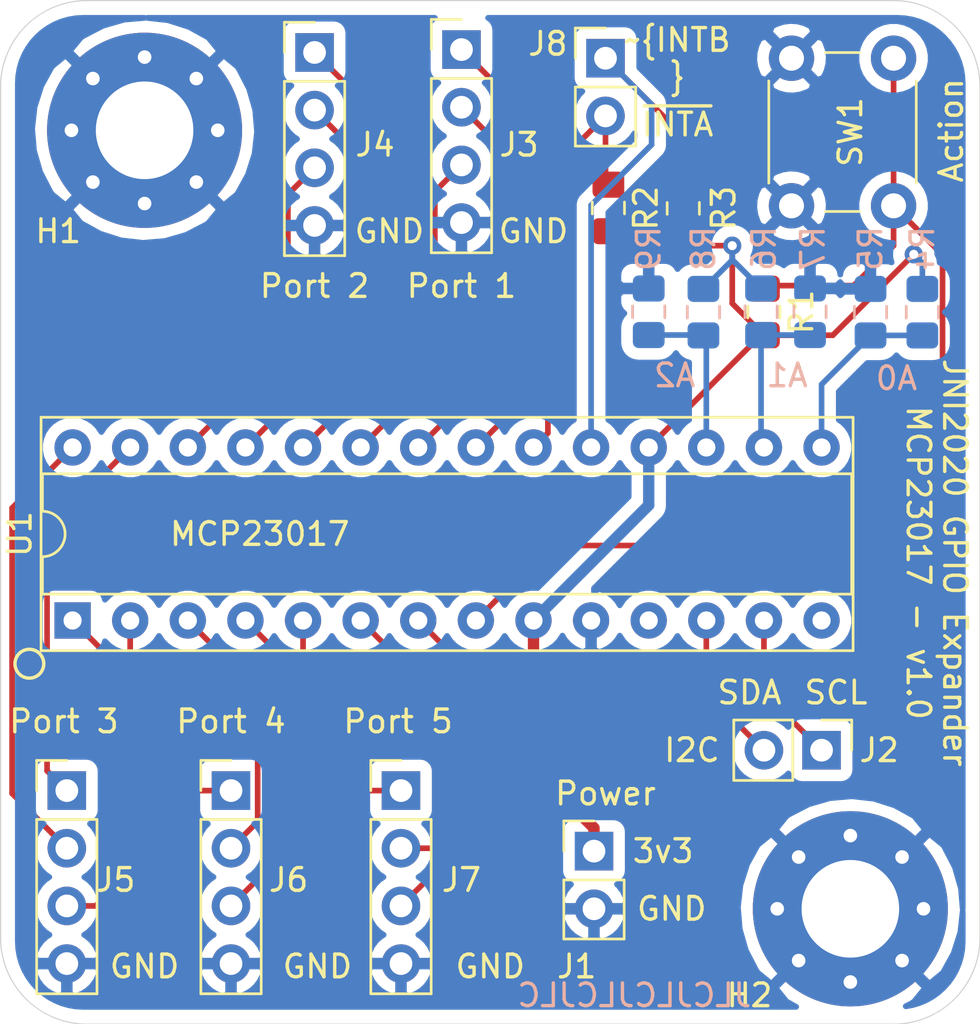
<source format=kicad_pcb>
(kicad_pcb (version 20171130) (host pcbnew "(5.1.6)-1")

  (general
    (thickness 1.6)
    (drawings 34)
    (tracks 106)
    (zones 0)
    (modules 21)
    (nets 26)
  )

  (page A4)
  (layers
    (0 F.Cu signal)
    (31 B.Cu signal)
    (32 B.Adhes user)
    (33 F.Adhes user)
    (34 B.Paste user)
    (35 F.Paste user)
    (36 B.SilkS user)
    (37 F.SilkS user)
    (38 B.Mask user)
    (39 F.Mask user)
    (40 Dwgs.User user)
    (41 Cmts.User user)
    (42 Eco1.User user)
    (43 Eco2.User user)
    (44 Edge.Cuts user)
    (45 Margin user)
    (46 B.CrtYd user)
    (47 F.CrtYd user)
    (48 B.Fab user hide)
    (49 F.Fab user hide)
  )

  (setup
    (last_trace_width 0.25)
    (user_trace_width 0.5)
    (user_trace_width 1)
    (trace_clearance 0.2)
    (zone_clearance 0.508)
    (zone_45_only no)
    (trace_min 0.2)
    (via_size 0.8)
    (via_drill 0.4)
    (via_min_size 0.4)
    (via_min_drill 0.3)
    (uvia_size 0.3)
    (uvia_drill 0.1)
    (uvias_allowed no)
    (uvia_min_size 0.2)
    (uvia_min_drill 0.1)
    (edge_width 0.05)
    (segment_width 0.2)
    (pcb_text_width 0.3)
    (pcb_text_size 1.5 1.5)
    (mod_edge_width 0.12)
    (mod_text_size 1 1)
    (mod_text_width 0.15)
    (pad_size 1.524 1.524)
    (pad_drill 0.762)
    (pad_to_mask_clearance 0.05)
    (aux_axis_origin 0 0)
    (visible_elements 7FFFFFFF)
    (pcbplotparams
      (layerselection 0x010fc_ffffffff)
      (usegerberextensions false)
      (usegerberattributes true)
      (usegerberadvancedattributes true)
      (creategerberjobfile true)
      (excludeedgelayer true)
      (linewidth 0.100000)
      (plotframeref false)
      (viasonmask false)
      (mode 1)
      (useauxorigin false)
      (hpglpennumber 1)
      (hpglpenspeed 20)
      (hpglpendiameter 15.000000)
      (psnegative false)
      (psa4output false)
      (plotreference true)
      (plotvalue true)
      (plotinvisibletext false)
      (padsonsilk false)
      (subtractmaskfromsilk false)
      (outputformat 1)
      (mirror false)
      (drillshape 0)
      (scaleselection 1)
      (outputdirectory "gerber/"))
  )

  (net 0 "")
  (net 1 GND)
  (net 2 +3V3)
  (net 3 "Net-(J2-Pad2)")
  (net 4 "Net-(J2-Pad1)")
  (net 5 "Net-(J3-Pad3)")
  (net 6 "Net-(J3-Pad2)")
  (net 7 "Net-(J3-Pad1)")
  (net 8 "Net-(J4-Pad3)")
  (net 9 "Net-(J4-Pad2)")
  (net 10 "Net-(J4-Pad1)")
  (net 11 "Net-(J5-Pad3)")
  (net 12 "Net-(J5-Pad2)")
  (net 13 "Net-(J5-Pad1)")
  (net 14 "Net-(J6-Pad3)")
  (net 15 "Net-(J6-Pad2)")
  (net 16 "Net-(J6-Pad1)")
  (net 17 "Net-(J7-Pad3)")
  (net 18 "Net-(J7-Pad2)")
  (net 19 "Net-(J7-Pad1)")
  (net 20 "Net-(J8-Pad1)")
  (net 21 "Net-(J8-Pad2)")
  (net 22 /Action)
  (net 23 /A0)
  (net 24 /A1)
  (net 25 /A2)

  (net_class Default "This is the default net class."
    (clearance 0.2)
    (trace_width 0.25)
    (via_dia 0.8)
    (via_drill 0.4)
    (uvia_dia 0.3)
    (uvia_drill 0.1)
    (add_net +3V3)
    (add_net /A0)
    (add_net /A1)
    (add_net /A2)
    (add_net /Action)
    (add_net GND)
    (add_net "Net-(J2-Pad1)")
    (add_net "Net-(J2-Pad2)")
    (add_net "Net-(J3-Pad1)")
    (add_net "Net-(J3-Pad2)")
    (add_net "Net-(J3-Pad3)")
    (add_net "Net-(J4-Pad1)")
    (add_net "Net-(J4-Pad2)")
    (add_net "Net-(J4-Pad3)")
    (add_net "Net-(J5-Pad1)")
    (add_net "Net-(J5-Pad2)")
    (add_net "Net-(J5-Pad3)")
    (add_net "Net-(J6-Pad1)")
    (add_net "Net-(J6-Pad2)")
    (add_net "Net-(J6-Pad3)")
    (add_net "Net-(J7-Pad1)")
    (add_net "Net-(J7-Pad2)")
    (add_net "Net-(J7-Pad3)")
    (add_net "Net-(J8-Pad1)")
    (add_net "Net-(J8-Pad2)")
  )

  (module Resistor_SMD:R_0805_2012Metric_Pad1.15x1.40mm_HandSolder (layer B.Cu) (tedit 5B36C52B) (tstamp 5F52AD12)
    (at 151.765 74.667 90)
    (descr "Resistor SMD 0805 (2012 Metric), square (rectangular) end terminal, IPC_7351 nominal with elongated pad for handsoldering. (Body size source: https://docs.google.com/spreadsheets/d/1BsfQQcO9C6DZCsRaXUlFlo91Tg2WpOkGARC1WS5S8t0/edit?usp=sharing), generated with kicad-footprint-generator")
    (tags "resistor handsolder")
    (path /5F5AC53B)
    (attr smd)
    (fp_text reference R9 (at 2.785 0 90) (layer B.SilkS)
      (effects (font (size 1 1) (thickness 0.15)) (justify mirror))
    )
    (fp_text value 0 (at 0 -1.65 90) (layer B.Fab)
      (effects (font (size 1 1) (thickness 0.15)) (justify mirror))
    )
    (fp_text user %R (at 0 0 90) (layer B.Fab)
      (effects (font (size 0.5 0.5) (thickness 0.08)) (justify mirror))
    )
    (fp_line (start -1 -0.6) (end -1 0.6) (layer B.Fab) (width 0.1))
    (fp_line (start -1 0.6) (end 1 0.6) (layer B.Fab) (width 0.1))
    (fp_line (start 1 0.6) (end 1 -0.6) (layer B.Fab) (width 0.1))
    (fp_line (start 1 -0.6) (end -1 -0.6) (layer B.Fab) (width 0.1))
    (fp_line (start -0.261252 0.71) (end 0.261252 0.71) (layer B.SilkS) (width 0.12))
    (fp_line (start -0.261252 -0.71) (end 0.261252 -0.71) (layer B.SilkS) (width 0.12))
    (fp_line (start -1.85 -0.95) (end -1.85 0.95) (layer B.CrtYd) (width 0.05))
    (fp_line (start -1.85 0.95) (end 1.85 0.95) (layer B.CrtYd) (width 0.05))
    (fp_line (start 1.85 0.95) (end 1.85 -0.95) (layer B.CrtYd) (width 0.05))
    (fp_line (start 1.85 -0.95) (end -1.85 -0.95) (layer B.CrtYd) (width 0.05))
    (pad 2 smd roundrect (at 1.025 0 90) (size 1.15 1.4) (layers B.Cu B.Paste B.Mask) (roundrect_rratio 0.217391)
      (net 1 GND))
    (pad 1 smd roundrect (at -1.025 0 90) (size 1.15 1.4) (layers B.Cu B.Paste B.Mask) (roundrect_rratio 0.217391)
      (net 25 /A2))
    (model ${KISYS3DMOD}/Resistor_SMD.3dshapes/R_0805_2012Metric.wrl
      (at (xyz 0 0 0))
      (scale (xyz 1 1 1))
      (rotate (xyz 0 0 0))
    )
  )

  (module Resistor_SMD:R_0805_2012Metric_Pad1.15x1.40mm_HandSolder (layer B.Cu) (tedit 5B36C52B) (tstamp 5F52AD01)
    (at 154.178 74.685 270)
    (descr "Resistor SMD 0805 (2012 Metric), square (rectangular) end terminal, IPC_7351 nominal with elongated pad for handsoldering. (Body size source: https://docs.google.com/spreadsheets/d/1BsfQQcO9C6DZCsRaXUlFlo91Tg2WpOkGARC1WS5S8t0/edit?usp=sharing), generated with kicad-footprint-generator")
    (tags "resistor handsolder")
    (path /5F535008)
    (attr smd)
    (fp_text reference R8 (at -2.803 0 90) (layer B.SilkS)
      (effects (font (size 1 1) (thickness 0.15)) (justify mirror))
    )
    (fp_text value 1K (at 0 -1.65 90) (layer B.Fab)
      (effects (font (size 1 1) (thickness 0.15)) (justify mirror))
    )
    (fp_text user %R (at 0 0 90) (layer B.Fab)
      (effects (font (size 0.5 0.5) (thickness 0.08)) (justify mirror))
    )
    (fp_line (start -1 -0.6) (end -1 0.6) (layer B.Fab) (width 0.1))
    (fp_line (start -1 0.6) (end 1 0.6) (layer B.Fab) (width 0.1))
    (fp_line (start 1 0.6) (end 1 -0.6) (layer B.Fab) (width 0.1))
    (fp_line (start 1 -0.6) (end -1 -0.6) (layer B.Fab) (width 0.1))
    (fp_line (start -0.261252 0.71) (end 0.261252 0.71) (layer B.SilkS) (width 0.12))
    (fp_line (start -0.261252 -0.71) (end 0.261252 -0.71) (layer B.SilkS) (width 0.12))
    (fp_line (start -1.85 -0.95) (end -1.85 0.95) (layer B.CrtYd) (width 0.05))
    (fp_line (start -1.85 0.95) (end 1.85 0.95) (layer B.CrtYd) (width 0.05))
    (fp_line (start 1.85 0.95) (end 1.85 -0.95) (layer B.CrtYd) (width 0.05))
    (fp_line (start 1.85 -0.95) (end -1.85 -0.95) (layer B.CrtYd) (width 0.05))
    (pad 2 smd roundrect (at 1.025 0 270) (size 1.15 1.4) (layers B.Cu B.Paste B.Mask) (roundrect_rratio 0.217391)
      (net 25 /A2))
    (pad 1 smd roundrect (at -1.025 0 270) (size 1.15 1.4) (layers B.Cu B.Paste B.Mask) (roundrect_rratio 0.217391)
      (net 2 +3V3))
    (model ${KISYS3DMOD}/Resistor_SMD.3dshapes/R_0805_2012Metric.wrl
      (at (xyz 0 0 0))
      (scale (xyz 1 1 1))
      (rotate (xyz 0 0 0))
    )
  )

  (module Resistor_SMD:R_0805_2012Metric_Pad1.15x1.40mm_HandSolder (layer B.Cu) (tedit 5B36C52B) (tstamp 5F52ACF0)
    (at 158.877 74.667 90)
    (descr "Resistor SMD 0805 (2012 Metric), square (rectangular) end terminal, IPC_7351 nominal with elongated pad for handsoldering. (Body size source: https://docs.google.com/spreadsheets/d/1BsfQQcO9C6DZCsRaXUlFlo91Tg2WpOkGARC1WS5S8t0/edit?usp=sharing), generated with kicad-footprint-generator")
    (tags "resistor handsolder")
    (path /5F5AC232)
    (attr smd)
    (fp_text reference R7 (at 2.785 0.127 90) (layer B.SilkS)
      (effects (font (size 1 1) (thickness 0.15)) (justify mirror))
    )
    (fp_text value 0 (at 0 -1.65 90) (layer B.Fab)
      (effects (font (size 1 1) (thickness 0.15)) (justify mirror))
    )
    (fp_text user %R (at 0 0 90) (layer B.Fab)
      (effects (font (size 0.5 0.5) (thickness 0.08)) (justify mirror))
    )
    (fp_line (start -1 -0.6) (end -1 0.6) (layer B.Fab) (width 0.1))
    (fp_line (start -1 0.6) (end 1 0.6) (layer B.Fab) (width 0.1))
    (fp_line (start 1 0.6) (end 1 -0.6) (layer B.Fab) (width 0.1))
    (fp_line (start 1 -0.6) (end -1 -0.6) (layer B.Fab) (width 0.1))
    (fp_line (start -0.261252 0.71) (end 0.261252 0.71) (layer B.SilkS) (width 0.12))
    (fp_line (start -0.261252 -0.71) (end 0.261252 -0.71) (layer B.SilkS) (width 0.12))
    (fp_line (start -1.85 -0.95) (end -1.85 0.95) (layer B.CrtYd) (width 0.05))
    (fp_line (start -1.85 0.95) (end 1.85 0.95) (layer B.CrtYd) (width 0.05))
    (fp_line (start 1.85 0.95) (end 1.85 -0.95) (layer B.CrtYd) (width 0.05))
    (fp_line (start 1.85 -0.95) (end -1.85 -0.95) (layer B.CrtYd) (width 0.05))
    (pad 2 smd roundrect (at 1.025 0 90) (size 1.15 1.4) (layers B.Cu B.Paste B.Mask) (roundrect_rratio 0.217391)
      (net 1 GND))
    (pad 1 smd roundrect (at -1.025 0 90) (size 1.15 1.4) (layers B.Cu B.Paste B.Mask) (roundrect_rratio 0.217391)
      (net 24 /A1))
    (model ${KISYS3DMOD}/Resistor_SMD.3dshapes/R_0805_2012Metric.wrl
      (at (xyz 0 0 0))
      (scale (xyz 1 1 1))
      (rotate (xyz 0 0 0))
    )
  )

  (module Resistor_SMD:R_0805_2012Metric_Pad1.15x1.40mm_HandSolder (layer B.Cu) (tedit 5B36C52B) (tstamp 5F52ACDF)
    (at 156.718 74.667 270)
    (descr "Resistor SMD 0805 (2012 Metric), square (rectangular) end terminal, IPC_7351 nominal with elongated pad for handsoldering. (Body size source: https://docs.google.com/spreadsheets/d/1BsfQQcO9C6DZCsRaXUlFlo91Tg2WpOkGARC1WS5S8t0/edit?usp=sharing), generated with kicad-footprint-generator")
    (tags "resistor handsolder")
    (path /5F5368B2)
    (attr smd)
    (fp_text reference R6 (at -2.785 -0.127 90) (layer B.SilkS)
      (effects (font (size 1 1) (thickness 0.15)) (justify mirror))
    )
    (fp_text value 1K (at 0 -1.65 90) (layer B.Fab)
      (effects (font (size 1 1) (thickness 0.15)) (justify mirror))
    )
    (fp_text user %R (at 0 0 90) (layer B.Fab)
      (effects (font (size 0.5 0.5) (thickness 0.08)) (justify mirror))
    )
    (fp_line (start -1 -0.6) (end -1 0.6) (layer B.Fab) (width 0.1))
    (fp_line (start -1 0.6) (end 1 0.6) (layer B.Fab) (width 0.1))
    (fp_line (start 1 0.6) (end 1 -0.6) (layer B.Fab) (width 0.1))
    (fp_line (start 1 -0.6) (end -1 -0.6) (layer B.Fab) (width 0.1))
    (fp_line (start -0.261252 0.71) (end 0.261252 0.71) (layer B.SilkS) (width 0.12))
    (fp_line (start -0.261252 -0.71) (end 0.261252 -0.71) (layer B.SilkS) (width 0.12))
    (fp_line (start -1.85 -0.95) (end -1.85 0.95) (layer B.CrtYd) (width 0.05))
    (fp_line (start -1.85 0.95) (end 1.85 0.95) (layer B.CrtYd) (width 0.05))
    (fp_line (start 1.85 0.95) (end 1.85 -0.95) (layer B.CrtYd) (width 0.05))
    (fp_line (start 1.85 -0.95) (end -1.85 -0.95) (layer B.CrtYd) (width 0.05))
    (pad 2 smd roundrect (at 1.025 0 270) (size 1.15 1.4) (layers B.Cu B.Paste B.Mask) (roundrect_rratio 0.217391)
      (net 24 /A1))
    (pad 1 smd roundrect (at -1.025 0 270) (size 1.15 1.4) (layers B.Cu B.Paste B.Mask) (roundrect_rratio 0.217391)
      (net 2 +3V3))
    (model ${KISYS3DMOD}/Resistor_SMD.3dshapes/R_0805_2012Metric.wrl
      (at (xyz 0 0 0))
      (scale (xyz 1 1 1))
      (rotate (xyz 0 0 0))
    )
  )

  (module Resistor_SMD:R_0805_2012Metric_Pad1.15x1.40mm_HandSolder (layer B.Cu) (tedit 5B36C52B) (tstamp 5F52ACCE)
    (at 161.544 74.685 90)
    (descr "Resistor SMD 0805 (2012 Metric), square (rectangular) end terminal, IPC_7351 nominal with elongated pad for handsoldering. (Body size source: https://docs.google.com/spreadsheets/d/1BsfQQcO9C6DZCsRaXUlFlo91Tg2WpOkGARC1WS5S8t0/edit?usp=sharing), generated with kicad-footprint-generator")
    (tags "resistor handsolder")
    (path /5F5AB33B)
    (attr smd)
    (fp_text reference R5 (at 2.803 0 90) (layer B.SilkS)
      (effects (font (size 1 1) (thickness 0.15)) (justify mirror))
    )
    (fp_text value 0 (at 0 -1.65 90) (layer B.Fab)
      (effects (font (size 1 1) (thickness 0.15)) (justify mirror))
    )
    (fp_text user %R (at 0 0 90) (layer B.Fab)
      (effects (font (size 0.5 0.5) (thickness 0.08)) (justify mirror))
    )
    (fp_line (start -1 -0.6) (end -1 0.6) (layer B.Fab) (width 0.1))
    (fp_line (start -1 0.6) (end 1 0.6) (layer B.Fab) (width 0.1))
    (fp_line (start 1 0.6) (end 1 -0.6) (layer B.Fab) (width 0.1))
    (fp_line (start 1 -0.6) (end -1 -0.6) (layer B.Fab) (width 0.1))
    (fp_line (start -0.261252 0.71) (end 0.261252 0.71) (layer B.SilkS) (width 0.12))
    (fp_line (start -0.261252 -0.71) (end 0.261252 -0.71) (layer B.SilkS) (width 0.12))
    (fp_line (start -1.85 -0.95) (end -1.85 0.95) (layer B.CrtYd) (width 0.05))
    (fp_line (start -1.85 0.95) (end 1.85 0.95) (layer B.CrtYd) (width 0.05))
    (fp_line (start 1.85 0.95) (end 1.85 -0.95) (layer B.CrtYd) (width 0.05))
    (fp_line (start 1.85 -0.95) (end -1.85 -0.95) (layer B.CrtYd) (width 0.05))
    (pad 2 smd roundrect (at 1.025 0 90) (size 1.15 1.4) (layers B.Cu B.Paste B.Mask) (roundrect_rratio 0.217391)
      (net 1 GND))
    (pad 1 smd roundrect (at -1.025 0 90) (size 1.15 1.4) (layers B.Cu B.Paste B.Mask) (roundrect_rratio 0.217391)
      (net 23 /A0))
    (model ${KISYS3DMOD}/Resistor_SMD.3dshapes/R_0805_2012Metric.wrl
      (at (xyz 0 0 0))
      (scale (xyz 1 1 1))
      (rotate (xyz 0 0 0))
    )
  )

  (module Resistor_SMD:R_0805_2012Metric_Pad1.15x1.40mm_HandSolder (layer B.Cu) (tedit 5B36C52B) (tstamp 5F52ACBD)
    (at 163.83 74.685 270)
    (descr "Resistor SMD 0805 (2012 Metric), square (rectangular) end terminal, IPC_7351 nominal with elongated pad for handsoldering. (Body size source: https://docs.google.com/spreadsheets/d/1BsfQQcO9C6DZCsRaXUlFlo91Tg2WpOkGARC1WS5S8t0/edit?usp=sharing), generated with kicad-footprint-generator")
    (tags "resistor handsolder")
    (path /5F536AC3)
    (attr smd)
    (fp_text reference R4 (at -2.803 0 90) (layer B.SilkS)
      (effects (font (size 1 1) (thickness 0.15)) (justify mirror))
    )
    (fp_text value 1K (at 0 -1.65 90) (layer B.Fab)
      (effects (font (size 1 1) (thickness 0.15)) (justify mirror))
    )
    (fp_text user %R (at 0 0 90) (layer B.Fab)
      (effects (font (size 0.5 0.5) (thickness 0.08)) (justify mirror))
    )
    (fp_line (start -1 -0.6) (end -1 0.6) (layer B.Fab) (width 0.1))
    (fp_line (start -1 0.6) (end 1 0.6) (layer B.Fab) (width 0.1))
    (fp_line (start 1 0.6) (end 1 -0.6) (layer B.Fab) (width 0.1))
    (fp_line (start 1 -0.6) (end -1 -0.6) (layer B.Fab) (width 0.1))
    (fp_line (start -0.261252 0.71) (end 0.261252 0.71) (layer B.SilkS) (width 0.12))
    (fp_line (start -0.261252 -0.71) (end 0.261252 -0.71) (layer B.SilkS) (width 0.12))
    (fp_line (start -1.85 -0.95) (end -1.85 0.95) (layer B.CrtYd) (width 0.05))
    (fp_line (start -1.85 0.95) (end 1.85 0.95) (layer B.CrtYd) (width 0.05))
    (fp_line (start 1.85 0.95) (end 1.85 -0.95) (layer B.CrtYd) (width 0.05))
    (fp_line (start 1.85 -0.95) (end -1.85 -0.95) (layer B.CrtYd) (width 0.05))
    (pad 2 smd roundrect (at 1.025 0 270) (size 1.15 1.4) (layers B.Cu B.Paste B.Mask) (roundrect_rratio 0.217391)
      (net 23 /A0))
    (pad 1 smd roundrect (at -1.025 0 270) (size 1.15 1.4) (layers B.Cu B.Paste B.Mask) (roundrect_rratio 0.217391)
      (net 2 +3V3))
    (model ${KISYS3DMOD}/Resistor_SMD.3dshapes/R_0805_2012Metric.wrl
      (at (xyz 0 0 0))
      (scale (xyz 1 1 1))
      (rotate (xyz 0 0 0))
    )
  )

  (module Connector_PinHeader_2.54mm:PinHeader_1x04_P2.54mm_Vertical (layer F.Cu) (tedit 59FED5CC) (tstamp 5F52C600)
    (at 140.843 95.758)
    (descr "Through hole straight pin header, 1x04, 2.54mm pitch, single row")
    (tags "Through hole pin header THT 1x04 2.54mm single row")
    (path /5F534E97)
    (fp_text reference J7 (at 2.667 3.937) (layer F.SilkS)
      (effects (font (size 1 1) (thickness 0.15)))
    )
    (fp_text value "Port 5" (at 0 9.95) (layer F.Fab)
      (effects (font (size 1 1) (thickness 0.15)))
    )
    (fp_line (start 1.8 -1.8) (end -1.8 -1.8) (layer F.CrtYd) (width 0.05))
    (fp_line (start 1.8 9.4) (end 1.8 -1.8) (layer F.CrtYd) (width 0.05))
    (fp_line (start -1.8 9.4) (end 1.8 9.4) (layer F.CrtYd) (width 0.05))
    (fp_line (start -1.8 -1.8) (end -1.8 9.4) (layer F.CrtYd) (width 0.05))
    (fp_line (start -1.33 -1.33) (end 0 -1.33) (layer F.SilkS) (width 0.12))
    (fp_line (start -1.33 0) (end -1.33 -1.33) (layer F.SilkS) (width 0.12))
    (fp_line (start -1.33 1.27) (end 1.33 1.27) (layer F.SilkS) (width 0.12))
    (fp_line (start 1.33 1.27) (end 1.33 8.95) (layer F.SilkS) (width 0.12))
    (fp_line (start -1.33 1.27) (end -1.33 8.95) (layer F.SilkS) (width 0.12))
    (fp_line (start -1.33 8.95) (end 1.33 8.95) (layer F.SilkS) (width 0.12))
    (fp_line (start -1.27 -0.635) (end -0.635 -1.27) (layer F.Fab) (width 0.1))
    (fp_line (start -1.27 8.89) (end -1.27 -0.635) (layer F.Fab) (width 0.1))
    (fp_line (start 1.27 8.89) (end -1.27 8.89) (layer F.Fab) (width 0.1))
    (fp_line (start 1.27 -1.27) (end 1.27 8.89) (layer F.Fab) (width 0.1))
    (fp_line (start -0.635 -1.27) (end 1.27 -1.27) (layer F.Fab) (width 0.1))
    (fp_text user %R (at 0 3.81 90) (layer F.Fab)
      (effects (font (size 1 1) (thickness 0.15)))
    )
    (pad 4 thru_hole oval (at 0 7.62) (size 1.7 1.7) (drill 1) (layers *.Cu *.Mask)
      (net 1 GND))
    (pad 3 thru_hole oval (at 0 5.08) (size 1.7 1.7) (drill 1) (layers *.Cu *.Mask)
      (net 17 "Net-(J7-Pad3)"))
    (pad 2 thru_hole oval (at 0 2.54) (size 1.7 1.7) (drill 1) (layers *.Cu *.Mask)
      (net 18 "Net-(J7-Pad2)"))
    (pad 1 thru_hole rect (at 0 0) (size 1.7 1.7) (drill 1) (layers *.Cu *.Mask)
      (net 19 "Net-(J7-Pad1)"))
    (model ${KISYS3DMOD}/Connector_PinHeader_2.54mm.3dshapes/PinHeader_1x04_P2.54mm_Vertical.wrl
      (at (xyz 0 0 0))
      (scale (xyz 1 1 1))
      (rotate (xyz 0 0 0))
    )
  )

  (module Resistor_SMD:R_0805_2012Metric_Pad1.15x1.40mm_HandSolder (layer F.Cu) (tedit 5B36C52B) (tstamp 5F52C34F)
    (at 153.289 70.113 90)
    (descr "Resistor SMD 0805 (2012 Metric), square (rectangular) end terminal, IPC_7351 nominal with elongated pad for handsoldering. (Body size source: https://docs.google.com/spreadsheets/d/1BsfQQcO9C6DZCsRaXUlFlo91Tg2WpOkGARC1WS5S8t0/edit?usp=sharing), generated with kicad-footprint-generator")
    (tags "resistor handsolder")
    (path /5F56B99D)
    (attr smd)
    (fp_text reference R3 (at 0.009 1.778 90) (layer F.SilkS)
      (effects (font (size 1 1) (thickness 0.15)))
    )
    (fp_text value 1K (at 0 1.65 90) (layer F.Fab)
      (effects (font (size 1 1) (thickness 0.15)))
    )
    (fp_line (start 1.85 0.95) (end -1.85 0.95) (layer F.CrtYd) (width 0.05))
    (fp_line (start 1.85 -0.95) (end 1.85 0.95) (layer F.CrtYd) (width 0.05))
    (fp_line (start -1.85 -0.95) (end 1.85 -0.95) (layer F.CrtYd) (width 0.05))
    (fp_line (start -1.85 0.95) (end -1.85 -0.95) (layer F.CrtYd) (width 0.05))
    (fp_line (start -0.261252 0.71) (end 0.261252 0.71) (layer F.SilkS) (width 0.12))
    (fp_line (start -0.261252 -0.71) (end 0.261252 -0.71) (layer F.SilkS) (width 0.12))
    (fp_line (start 1 0.6) (end -1 0.6) (layer F.Fab) (width 0.1))
    (fp_line (start 1 -0.6) (end 1 0.6) (layer F.Fab) (width 0.1))
    (fp_line (start -1 -0.6) (end 1 -0.6) (layer F.Fab) (width 0.1))
    (fp_line (start -1 0.6) (end -1 -0.6) (layer F.Fab) (width 0.1))
    (fp_text user %R (at 0 0 90) (layer F.Fab)
      (effects (font (size 0.5 0.5) (thickness 0.08)))
    )
    (pad 2 smd roundrect (at 1.025 0 90) (size 1.15 1.4) (layers F.Cu F.Paste F.Mask) (roundrect_rratio 0.217391)
      (net 20 "Net-(J8-Pad1)"))
    (pad 1 smd roundrect (at -1.025 0 90) (size 1.15 1.4) (layers F.Cu F.Paste F.Mask) (roundrect_rratio 0.217391)
      (net 2 +3V3))
    (model ${KISYS3DMOD}/Resistor_SMD.3dshapes/R_0805_2012Metric.wrl
      (at (xyz 0 0 0))
      (scale (xyz 1 1 1))
      (rotate (xyz 0 0 0))
    )
  )

  (module Resistor_SMD:R_0805_2012Metric_Pad1.15x1.40mm_HandSolder (layer F.Cu) (tedit 5B36C52B) (tstamp 5F52BC1F)
    (at 149.987 70.095 270)
    (descr "Resistor SMD 0805 (2012 Metric), square (rectangular) end terminal, IPC_7351 nominal with elongated pad for handsoldering. (Body size source: https://docs.google.com/spreadsheets/d/1BsfQQcO9C6DZCsRaXUlFlo91Tg2WpOkGARC1WS5S8t0/edit?usp=sharing), generated with kicad-footprint-generator")
    (tags "resistor handsolder")
    (path /5F576942)
    (attr smd)
    (fp_text reference R2 (at 0.009 -1.651 270) (layer F.SilkS)
      (effects (font (size 1 1) (thickness 0.15)))
    )
    (fp_text value 1K (at 0 1.65 90) (layer F.Fab)
      (effects (font (size 1 1) (thickness 0.15)))
    )
    (fp_line (start 1.85 0.95) (end -1.85 0.95) (layer F.CrtYd) (width 0.05))
    (fp_line (start 1.85 -0.95) (end 1.85 0.95) (layer F.CrtYd) (width 0.05))
    (fp_line (start -1.85 -0.95) (end 1.85 -0.95) (layer F.CrtYd) (width 0.05))
    (fp_line (start -1.85 0.95) (end -1.85 -0.95) (layer F.CrtYd) (width 0.05))
    (fp_line (start -0.261252 0.71) (end 0.261252 0.71) (layer F.SilkS) (width 0.12))
    (fp_line (start -0.261252 -0.71) (end 0.261252 -0.71) (layer F.SilkS) (width 0.12))
    (fp_line (start 1 0.6) (end -1 0.6) (layer F.Fab) (width 0.1))
    (fp_line (start 1 -0.6) (end 1 0.6) (layer F.Fab) (width 0.1))
    (fp_line (start -1 -0.6) (end 1 -0.6) (layer F.Fab) (width 0.1))
    (fp_line (start -1 0.6) (end -1 -0.6) (layer F.Fab) (width 0.1))
    (fp_text user %R (at 0 0 90) (layer F.Fab)
      (effects (font (size 0.5 0.5) (thickness 0.08)))
    )
    (pad 2 smd roundrect (at 1.025 0 270) (size 1.15 1.4) (layers F.Cu F.Paste F.Mask) (roundrect_rratio 0.217391)
      (net 2 +3V3))
    (pad 1 smd roundrect (at -1.025 0 270) (size 1.15 1.4) (layers F.Cu F.Paste F.Mask) (roundrect_rratio 0.217391)
      (net 21 "Net-(J8-Pad2)"))
    (model ${KISYS3DMOD}/Resistor_SMD.3dshapes/R_0805_2012Metric.wrl
      (at (xyz 0 0 0))
      (scale (xyz 1 1 1))
      (rotate (xyz 0 0 0))
    )
  )

  (module Resistor_SMD:R_0805_2012Metric_Pad1.15x1.40mm_HandSolder (layer F.Cu) (tedit 5B36C52B) (tstamp 5F4EE9B9)
    (at 156.845 74.676 270)
    (descr "Resistor SMD 0805 (2012 Metric), square (rectangular) end terminal, IPC_7351 nominal with elongated pad for handsoldering. (Body size source: https://docs.google.com/spreadsheets/d/1BsfQQcO9C6DZCsRaXUlFlo91Tg2WpOkGARC1WS5S8t0/edit?usp=sharing), generated with kicad-footprint-generator")
    (tags "resistor handsolder")
    (path /5F54E8D7)
    (attr smd)
    (fp_text reference R1 (at 0 -1.65 90) (layer F.SilkS)
      (effects (font (size 1 1) (thickness 0.15)))
    )
    (fp_text value 1K (at 0 1.65 90) (layer F.Fab)
      (effects (font (size 1 1) (thickness 0.15)))
    )
    (fp_line (start 1.85 0.95) (end -1.85 0.95) (layer F.CrtYd) (width 0.05))
    (fp_line (start 1.85 -0.95) (end 1.85 0.95) (layer F.CrtYd) (width 0.05))
    (fp_line (start -1.85 -0.95) (end 1.85 -0.95) (layer F.CrtYd) (width 0.05))
    (fp_line (start -1.85 0.95) (end -1.85 -0.95) (layer F.CrtYd) (width 0.05))
    (fp_line (start -0.261252 0.71) (end 0.261252 0.71) (layer F.SilkS) (width 0.12))
    (fp_line (start -0.261252 -0.71) (end 0.261252 -0.71) (layer F.SilkS) (width 0.12))
    (fp_line (start 1 0.6) (end -1 0.6) (layer F.Fab) (width 0.1))
    (fp_line (start 1 -0.6) (end 1 0.6) (layer F.Fab) (width 0.1))
    (fp_line (start -1 -0.6) (end 1 -0.6) (layer F.Fab) (width 0.1))
    (fp_line (start -1 0.6) (end -1 -0.6) (layer F.Fab) (width 0.1))
    (fp_text user %R (at 0 0 90) (layer F.Fab)
      (effects (font (size 0.5 0.5) (thickness 0.08)))
    )
    (pad 2 smd roundrect (at 1.025 0 270) (size 1.15 1.4) (layers F.Cu F.Paste F.Mask) (roundrect_rratio 0.217391)
      (net 2 +3V3))
    (pad 1 smd roundrect (at -1.025 0 270) (size 1.15 1.4) (layers F.Cu F.Paste F.Mask) (roundrect_rratio 0.217391)
      (net 22 /Action))
    (model ${KISYS3DMOD}/Resistor_SMD.3dshapes/R_0805_2012Metric.wrl
      (at (xyz 0 0 0))
      (scale (xyz 1 1 1))
      (rotate (xyz 0 0 0))
    )
  )

  (module Connector_PinHeader_2.54mm:PinHeader_1x02_P2.54mm_Vertical (layer F.Cu) (tedit 59FED5CC) (tstamp 5F4ED210)
    (at 149.352 98.425)
    (descr "Through hole straight pin header, 1x02, 2.54mm pitch, single row")
    (tags "Through hole pin header THT 1x02 2.54mm single row")
    (path /5F54317B)
    (fp_text reference J1 (at -0.762 5.08) (layer F.SilkS)
      (effects (font (size 1 1) (thickness 0.15)))
    )
    (fp_text value PWR (at 0 4.87) (layer F.Fab)
      (effects (font (size 1 1) (thickness 0.15)))
    )
    (fp_line (start 1.8 -1.8) (end -1.8 -1.8) (layer F.CrtYd) (width 0.05))
    (fp_line (start 1.8 4.35) (end 1.8 -1.8) (layer F.CrtYd) (width 0.05))
    (fp_line (start -1.8 4.35) (end 1.8 4.35) (layer F.CrtYd) (width 0.05))
    (fp_line (start -1.8 -1.8) (end -1.8 4.35) (layer F.CrtYd) (width 0.05))
    (fp_line (start -1.33 -1.33) (end 0 -1.33) (layer F.SilkS) (width 0.12))
    (fp_line (start -1.33 0) (end -1.33 -1.33) (layer F.SilkS) (width 0.12))
    (fp_line (start -1.33 1.27) (end 1.33 1.27) (layer F.SilkS) (width 0.12))
    (fp_line (start 1.33 1.27) (end 1.33 3.87) (layer F.SilkS) (width 0.12))
    (fp_line (start -1.33 1.27) (end -1.33 3.87) (layer F.SilkS) (width 0.12))
    (fp_line (start -1.33 3.87) (end 1.33 3.87) (layer F.SilkS) (width 0.12))
    (fp_line (start -1.27 -0.635) (end -0.635 -1.27) (layer F.Fab) (width 0.1))
    (fp_line (start -1.27 3.81) (end -1.27 -0.635) (layer F.Fab) (width 0.1))
    (fp_line (start 1.27 3.81) (end -1.27 3.81) (layer F.Fab) (width 0.1))
    (fp_line (start 1.27 -1.27) (end 1.27 3.81) (layer F.Fab) (width 0.1))
    (fp_line (start -0.635 -1.27) (end 1.27 -1.27) (layer F.Fab) (width 0.1))
    (fp_text user %R (at 0 1.27 90) (layer F.Fab)
      (effects (font (size 1 1) (thickness 0.15)))
    )
    (pad 2 thru_hole oval (at 0 2.54) (size 1.7 1.7) (drill 1) (layers *.Cu *.Mask)
      (net 1 GND))
    (pad 1 thru_hole rect (at 0 0) (size 1.7 1.7) (drill 1) (layers *.Cu *.Mask)
      (net 2 +3V3))
    (model ${KISYS3DMOD}/Connector_PinHeader_2.54mm.3dshapes/PinHeader_1x02_P2.54mm_Vertical.wrl
      (at (xyz 0 0 0))
      (scale (xyz 1 1 1))
      (rotate (xyz 0 0 0))
    )
  )

  (module Package_DIP:DIP-28_W7.62mm_Socket (layer F.Cu) (tedit 5A02E8C5) (tstamp 5F4ED32D)
    (at 126.365 88.265 90)
    (descr "28-lead though-hole mounted DIP package, row spacing 7.62 mm (300 mils), Socket")
    (tags "THT DIP DIL PDIP 2.54mm 7.62mm 300mil Socket")
    (path /5F4D5073)
    (fp_text reference U1 (at 3.81 -2.33 90) (layer F.SilkS)
      (effects (font (size 1 1) (thickness 0.15)))
    )
    (fp_text value MCP23017-E/SP (at 3.81 35.35 90) (layer F.Fab)
      (effects (font (size 1 1) (thickness 0.15)))
    )
    (fp_line (start 9.15 -1.6) (end -1.55 -1.6) (layer F.CrtYd) (width 0.05))
    (fp_line (start 9.15 34.65) (end 9.15 -1.6) (layer F.CrtYd) (width 0.05))
    (fp_line (start -1.55 34.65) (end 9.15 34.65) (layer F.CrtYd) (width 0.05))
    (fp_line (start -1.55 -1.6) (end -1.55 34.65) (layer F.CrtYd) (width 0.05))
    (fp_line (start 8.95 -1.39) (end -1.33 -1.39) (layer F.SilkS) (width 0.12))
    (fp_line (start 8.95 34.41) (end 8.95 -1.39) (layer F.SilkS) (width 0.12))
    (fp_line (start -1.33 34.41) (end 8.95 34.41) (layer F.SilkS) (width 0.12))
    (fp_line (start -1.33 -1.39) (end -1.33 34.41) (layer F.SilkS) (width 0.12))
    (fp_line (start 6.46 -1.33) (end 4.81 -1.33) (layer F.SilkS) (width 0.12))
    (fp_line (start 6.46 34.35) (end 6.46 -1.33) (layer F.SilkS) (width 0.12))
    (fp_line (start 1.16 34.35) (end 6.46 34.35) (layer F.SilkS) (width 0.12))
    (fp_line (start 1.16 -1.33) (end 1.16 34.35) (layer F.SilkS) (width 0.12))
    (fp_line (start 2.81 -1.33) (end 1.16 -1.33) (layer F.SilkS) (width 0.12))
    (fp_line (start 8.89 -1.33) (end -1.27 -1.33) (layer F.Fab) (width 0.1))
    (fp_line (start 8.89 34.35) (end 8.89 -1.33) (layer F.Fab) (width 0.1))
    (fp_line (start -1.27 34.35) (end 8.89 34.35) (layer F.Fab) (width 0.1))
    (fp_line (start -1.27 -1.33) (end -1.27 34.35) (layer F.Fab) (width 0.1))
    (fp_line (start 0.635 -0.27) (end 1.635 -1.27) (layer F.Fab) (width 0.1))
    (fp_line (start 0.635 34.29) (end 0.635 -0.27) (layer F.Fab) (width 0.1))
    (fp_line (start 6.985 34.29) (end 0.635 34.29) (layer F.Fab) (width 0.1))
    (fp_line (start 6.985 -1.27) (end 6.985 34.29) (layer F.Fab) (width 0.1))
    (fp_line (start 1.635 -1.27) (end 6.985 -1.27) (layer F.Fab) (width 0.1))
    (fp_text user %R (at 3.81 16.51 90) (layer F.Fab)
      (effects (font (size 1 1) (thickness 0.15)))
    )
    (fp_arc (start 3.81 -1.33) (end 2.81 -1.33) (angle -180) (layer F.SilkS) (width 0.12))
    (pad 28 thru_hole oval (at 7.62 0 90) (size 1.6 1.6) (drill 0.8) (layers *.Cu *.Mask)
      (net 12 "Net-(J5-Pad2)"))
    (pad 14 thru_hole oval (at 0 33.02 90) (size 1.6 1.6) (drill 0.8) (layers *.Cu *.Mask))
    (pad 27 thru_hole oval (at 7.62 2.54 90) (size 1.6 1.6) (drill 0.8) (layers *.Cu *.Mask)
      (net 13 "Net-(J5-Pad1)"))
    (pad 13 thru_hole oval (at 0 30.48 90) (size 1.6 1.6) (drill 0.8) (layers *.Cu *.Mask)
      (net 4 "Net-(J2-Pad1)"))
    (pad 26 thru_hole oval (at 7.62 5.08 90) (size 1.6 1.6) (drill 0.8) (layers *.Cu *.Mask)
      (net 8 "Net-(J4-Pad3)"))
    (pad 12 thru_hole oval (at 0 27.94 90) (size 1.6 1.6) (drill 0.8) (layers *.Cu *.Mask)
      (net 3 "Net-(J2-Pad2)"))
    (pad 25 thru_hole oval (at 7.62 7.62 90) (size 1.6 1.6) (drill 0.8) (layers *.Cu *.Mask)
      (net 9 "Net-(J4-Pad2)"))
    (pad 11 thru_hole oval (at 0 25.4 90) (size 1.6 1.6) (drill 0.8) (layers *.Cu *.Mask))
    (pad 24 thru_hole oval (at 7.62 10.16 90) (size 1.6 1.6) (drill 0.8) (layers *.Cu *.Mask)
      (net 10 "Net-(J4-Pad1)"))
    (pad 10 thru_hole oval (at 0 22.86 90) (size 1.6 1.6) (drill 0.8) (layers *.Cu *.Mask)
      (net 1 GND))
    (pad 23 thru_hole oval (at 7.62 12.7 90) (size 1.6 1.6) (drill 0.8) (layers *.Cu *.Mask)
      (net 5 "Net-(J3-Pad3)"))
    (pad 9 thru_hole oval (at 0 20.32 90) (size 1.6 1.6) (drill 0.8) (layers *.Cu *.Mask)
      (net 2 +3V3))
    (pad 22 thru_hole oval (at 7.62 15.24 90) (size 1.6 1.6) (drill 0.8) (layers *.Cu *.Mask)
      (net 6 "Net-(J3-Pad2)"))
    (pad 8 thru_hole oval (at 0 17.78 90) (size 1.6 1.6) (drill 0.8) (layers *.Cu *.Mask)
      (net 22 /Action))
    (pad 21 thru_hole oval (at 7.62 17.78 90) (size 1.6 1.6) (drill 0.8) (layers *.Cu *.Mask)
      (net 7 "Net-(J3-Pad1)"))
    (pad 7 thru_hole oval (at 0 15.24 90) (size 1.6 1.6) (drill 0.8) (layers *.Cu *.Mask)
      (net 17 "Net-(J7-Pad3)"))
    (pad 20 thru_hole oval (at 7.62 20.32 90) (size 1.6 1.6) (drill 0.8) (layers *.Cu *.Mask)
      (net 21 "Net-(J8-Pad2)"))
    (pad 6 thru_hole oval (at 0 12.7 90) (size 1.6 1.6) (drill 0.8) (layers *.Cu *.Mask)
      (net 18 "Net-(J7-Pad2)"))
    (pad 19 thru_hole oval (at 7.62 22.86 90) (size 1.6 1.6) (drill 0.8) (layers *.Cu *.Mask)
      (net 20 "Net-(J8-Pad1)"))
    (pad 5 thru_hole oval (at 0 10.16 90) (size 1.6 1.6) (drill 0.8) (layers *.Cu *.Mask)
      (net 19 "Net-(J7-Pad1)"))
    (pad 18 thru_hole oval (at 7.62 25.4 90) (size 1.6 1.6) (drill 0.8) (layers *.Cu *.Mask)
      (net 2 +3V3))
    (pad 4 thru_hole oval (at 0 7.62 90) (size 1.6 1.6) (drill 0.8) (layers *.Cu *.Mask)
      (net 14 "Net-(J6-Pad3)"))
    (pad 17 thru_hole oval (at 7.62 27.94 90) (size 1.6 1.6) (drill 0.8) (layers *.Cu *.Mask)
      (net 25 /A2))
    (pad 3 thru_hole oval (at 0 5.08 90) (size 1.6 1.6) (drill 0.8) (layers *.Cu *.Mask)
      (net 15 "Net-(J6-Pad2)"))
    (pad 16 thru_hole oval (at 7.62 30.48 90) (size 1.6 1.6) (drill 0.8) (layers *.Cu *.Mask)
      (net 24 /A1))
    (pad 2 thru_hole oval (at 0 2.54 90) (size 1.6 1.6) (drill 0.8) (layers *.Cu *.Mask)
      (net 16 "Net-(J6-Pad1)"))
    (pad 15 thru_hole oval (at 7.62 33.02 90) (size 1.6 1.6) (drill 0.8) (layers *.Cu *.Mask)
      (net 23 /A0))
    (pad 1 thru_hole rect (at 0 0 90) (size 1.6 1.6) (drill 0.8) (layers *.Cu *.Mask)
      (net 11 "Net-(J5-Pad3)"))
    (model ${KISYS3DMOD}/Package_DIP.3dshapes/DIP-28_W7.62mm_Socket.wrl
      (at (xyz 0 0 0))
      (scale (xyz 1 1 1))
      (rotate (xyz 0 0 0))
    )
  )

  (module Button_Switch_THT:SW_PUSH_6mm (layer F.Cu) (tedit 5A02FE31) (tstamp 5F4F0F4B)
    (at 162.56 63.5 270)
    (descr https://www.omron.com/ecb/products/pdf/en-b3f.pdf)
    (tags "tact sw push 6mm")
    (path /5F54BE14)
    (fp_text reference SW1 (at 3.25 1.905 90) (layer F.SilkS)
      (effects (font (size 1 1) (thickness 0.15)))
    )
    (fp_text value Action (at 3.75 6.7 90) (layer F.Fab)
      (effects (font (size 1 1) (thickness 0.15)))
    )
    (fp_circle (center 3.25 2.25) (end 1.25 2.5) (layer F.Fab) (width 0.1))
    (fp_line (start 6.75 3) (end 6.75 1.5) (layer F.SilkS) (width 0.12))
    (fp_line (start 5.5 -1) (end 1 -1) (layer F.SilkS) (width 0.12))
    (fp_line (start -0.25 1.5) (end -0.25 3) (layer F.SilkS) (width 0.12))
    (fp_line (start 1 5.5) (end 5.5 5.5) (layer F.SilkS) (width 0.12))
    (fp_line (start 8 -1.25) (end 8 5.75) (layer F.CrtYd) (width 0.05))
    (fp_line (start 7.75 6) (end -1.25 6) (layer F.CrtYd) (width 0.05))
    (fp_line (start -1.5 5.75) (end -1.5 -1.25) (layer F.CrtYd) (width 0.05))
    (fp_line (start -1.25 -1.5) (end 7.75 -1.5) (layer F.CrtYd) (width 0.05))
    (fp_line (start -1.5 6) (end -1.25 6) (layer F.CrtYd) (width 0.05))
    (fp_line (start -1.5 5.75) (end -1.5 6) (layer F.CrtYd) (width 0.05))
    (fp_line (start -1.5 -1.5) (end -1.25 -1.5) (layer F.CrtYd) (width 0.05))
    (fp_line (start -1.5 -1.25) (end -1.5 -1.5) (layer F.CrtYd) (width 0.05))
    (fp_line (start 8 -1.5) (end 8 -1.25) (layer F.CrtYd) (width 0.05))
    (fp_line (start 7.75 -1.5) (end 8 -1.5) (layer F.CrtYd) (width 0.05))
    (fp_line (start 8 6) (end 8 5.75) (layer F.CrtYd) (width 0.05))
    (fp_line (start 7.75 6) (end 8 6) (layer F.CrtYd) (width 0.05))
    (fp_line (start 0.25 -0.75) (end 3.25 -0.75) (layer F.Fab) (width 0.1))
    (fp_line (start 0.25 5.25) (end 0.25 -0.75) (layer F.Fab) (width 0.1))
    (fp_line (start 6.25 5.25) (end 0.25 5.25) (layer F.Fab) (width 0.1))
    (fp_line (start 6.25 -0.75) (end 6.25 5.25) (layer F.Fab) (width 0.1))
    (fp_line (start 3.25 -0.75) (end 6.25 -0.75) (layer F.Fab) (width 0.1))
    (fp_text user %R (at 3.25 2.25 90) (layer F.Fab)
      (effects (font (size 1 1) (thickness 0.15)))
    )
    (pad 1 thru_hole circle (at 6.5 0) (size 2 2) (drill 1.1) (layers *.Cu *.Mask)
      (net 22 /Action))
    (pad 2 thru_hole circle (at 6.5 4.5) (size 2 2) (drill 1.1) (layers *.Cu *.Mask)
      (net 1 GND))
    (pad 1 thru_hole circle (at 0 0) (size 2 2) (drill 1.1) (layers *.Cu *.Mask)
      (net 22 /Action))
    (pad 2 thru_hole circle (at 0 4.5) (size 2 2) (drill 1.1) (layers *.Cu *.Mask)
      (net 1 GND))
    (model ${KISYS3DMOD}/Button_Switch_THT.3dshapes/SW_PUSH_6mm.wrl
      (at (xyz 0 0 0))
      (scale (xyz 1 1 1))
      (rotate (xyz 0 0 0))
    )
  )

  (module Connector_PinHeader_2.54mm:PinHeader_1x02_P2.54mm_Vertical (layer F.Cu) (tedit 59FED5CC) (tstamp 5F4ED2B4)
    (at 149.86 63.5)
    (descr "Through hole straight pin header, 1x02, 2.54mm pitch, single row")
    (tags "Through hole pin header THT 1x02 2.54mm single row")
    (path /5F4F0D08)
    (fp_text reference J8 (at -2.54 -0.635) (layer F.SilkS)
      (effects (font (size 1 1) (thickness 0.15)))
    )
    (fp_text value ~INT (at 0 4.87) (layer F.Fab)
      (effects (font (size 1 1) (thickness 0.15)))
    )
    (fp_line (start 1.8 -1.8) (end -1.8 -1.8) (layer F.CrtYd) (width 0.05))
    (fp_line (start 1.8 4.35) (end 1.8 -1.8) (layer F.CrtYd) (width 0.05))
    (fp_line (start -1.8 4.35) (end 1.8 4.35) (layer F.CrtYd) (width 0.05))
    (fp_line (start -1.8 -1.8) (end -1.8 4.35) (layer F.CrtYd) (width 0.05))
    (fp_line (start -1.33 -1.33) (end 0 -1.33) (layer F.SilkS) (width 0.12))
    (fp_line (start -1.33 0) (end -1.33 -1.33) (layer F.SilkS) (width 0.12))
    (fp_line (start -1.33 1.27) (end 1.33 1.27) (layer F.SilkS) (width 0.12))
    (fp_line (start 1.33 1.27) (end 1.33 3.87) (layer F.SilkS) (width 0.12))
    (fp_line (start -1.33 1.27) (end -1.33 3.87) (layer F.SilkS) (width 0.12))
    (fp_line (start -1.33 3.87) (end 1.33 3.87) (layer F.SilkS) (width 0.12))
    (fp_line (start -1.27 -0.635) (end -0.635 -1.27) (layer F.Fab) (width 0.1))
    (fp_line (start -1.27 3.81) (end -1.27 -0.635) (layer F.Fab) (width 0.1))
    (fp_line (start 1.27 3.81) (end -1.27 3.81) (layer F.Fab) (width 0.1))
    (fp_line (start 1.27 -1.27) (end 1.27 3.81) (layer F.Fab) (width 0.1))
    (fp_line (start -0.635 -1.27) (end 1.27 -1.27) (layer F.Fab) (width 0.1))
    (fp_text user %R (at 0 1.27 90) (layer F.Fab)
      (effects (font (size 1 1) (thickness 0.15)))
    )
    (pad 2 thru_hole oval (at 0 2.54) (size 1.7 1.7) (drill 1) (layers *.Cu *.Mask)
      (net 21 "Net-(J8-Pad2)"))
    (pad 1 thru_hole rect (at 0 0) (size 1.7 1.7) (drill 1) (layers *.Cu *.Mask)
      (net 20 "Net-(J8-Pad1)"))
    (model ${KISYS3DMOD}/Connector_PinHeader_2.54mm.3dshapes/PinHeader_1x02_P2.54mm_Vertical.wrl
      (at (xyz 0 0 0))
      (scale (xyz 1 1 1))
      (rotate (xyz 0 0 0))
    )
  )

  (module Connector_PinHeader_2.54mm:PinHeader_1x04_P2.54mm_Vertical (layer F.Cu) (tedit 59FED5CC) (tstamp 5F4ED286)
    (at 133.35 95.758)
    (descr "Through hole straight pin header, 1x04, 2.54mm pitch, single row")
    (tags "Through hole pin header THT 1x04 2.54mm single row")
    (path /5F4EA594)
    (fp_text reference J6 (at 2.54 3.937) (layer F.SilkS)
      (effects (font (size 1 1) (thickness 0.15)))
    )
    (fp_text value "Port 4" (at 0 9.95) (layer F.Fab)
      (effects (font (size 1 1) (thickness 0.15)))
    )
    (fp_line (start 1.8 -1.8) (end -1.8 -1.8) (layer F.CrtYd) (width 0.05))
    (fp_line (start 1.8 9.4) (end 1.8 -1.8) (layer F.CrtYd) (width 0.05))
    (fp_line (start -1.8 9.4) (end 1.8 9.4) (layer F.CrtYd) (width 0.05))
    (fp_line (start -1.8 -1.8) (end -1.8 9.4) (layer F.CrtYd) (width 0.05))
    (fp_line (start -1.33 -1.33) (end 0 -1.33) (layer F.SilkS) (width 0.12))
    (fp_line (start -1.33 0) (end -1.33 -1.33) (layer F.SilkS) (width 0.12))
    (fp_line (start -1.33 1.27) (end 1.33 1.27) (layer F.SilkS) (width 0.12))
    (fp_line (start 1.33 1.27) (end 1.33 8.95) (layer F.SilkS) (width 0.12))
    (fp_line (start -1.33 1.27) (end -1.33 8.95) (layer F.SilkS) (width 0.12))
    (fp_line (start -1.33 8.95) (end 1.33 8.95) (layer F.SilkS) (width 0.12))
    (fp_line (start -1.27 -0.635) (end -0.635 -1.27) (layer F.Fab) (width 0.1))
    (fp_line (start -1.27 8.89) (end -1.27 -0.635) (layer F.Fab) (width 0.1))
    (fp_line (start 1.27 8.89) (end -1.27 8.89) (layer F.Fab) (width 0.1))
    (fp_line (start 1.27 -1.27) (end 1.27 8.89) (layer F.Fab) (width 0.1))
    (fp_line (start -0.635 -1.27) (end 1.27 -1.27) (layer F.Fab) (width 0.1))
    (fp_text user %R (at 0 3.81 90) (layer F.Fab)
      (effects (font (size 1 1) (thickness 0.15)))
    )
    (pad 4 thru_hole oval (at 0 7.62) (size 1.7 1.7) (drill 1) (layers *.Cu *.Mask)
      (net 1 GND))
    (pad 3 thru_hole oval (at 0 5.08) (size 1.7 1.7) (drill 1) (layers *.Cu *.Mask)
      (net 14 "Net-(J6-Pad3)"))
    (pad 2 thru_hole oval (at 0 2.54) (size 1.7 1.7) (drill 1) (layers *.Cu *.Mask)
      (net 15 "Net-(J6-Pad2)"))
    (pad 1 thru_hole rect (at 0 0) (size 1.7 1.7) (drill 1) (layers *.Cu *.Mask)
      (net 16 "Net-(J6-Pad1)"))
    (model ${KISYS3DMOD}/Connector_PinHeader_2.54mm.3dshapes/PinHeader_1x04_P2.54mm_Vertical.wrl
      (at (xyz 0 0 0))
      (scale (xyz 1 1 1))
      (rotate (xyz 0 0 0))
    )
  )

  (module Connector_PinHeader_2.54mm:PinHeader_1x04_P2.54mm_Vertical (layer F.Cu) (tedit 59FED5CC) (tstamp 5F4ED26E)
    (at 126.111 95.758)
    (descr "Through hole straight pin header, 1x04, 2.54mm pitch, single row")
    (tags "Through hole pin header THT 1x04 2.54mm single row")
    (path /5F4E85E8)
    (fp_text reference J5 (at 2.159 3.937) (layer F.SilkS)
      (effects (font (size 1 1) (thickness 0.15)))
    )
    (fp_text value "Port 3" (at 0 9.95) (layer F.Fab)
      (effects (font (size 1 1) (thickness 0.15)))
    )
    (fp_line (start 1.8 -1.8) (end -1.8 -1.8) (layer F.CrtYd) (width 0.05))
    (fp_line (start 1.8 9.4) (end 1.8 -1.8) (layer F.CrtYd) (width 0.05))
    (fp_line (start -1.8 9.4) (end 1.8 9.4) (layer F.CrtYd) (width 0.05))
    (fp_line (start -1.8 -1.8) (end -1.8 9.4) (layer F.CrtYd) (width 0.05))
    (fp_line (start -1.33 -1.33) (end 0 -1.33) (layer F.SilkS) (width 0.12))
    (fp_line (start -1.33 0) (end -1.33 -1.33) (layer F.SilkS) (width 0.12))
    (fp_line (start -1.33 1.27) (end 1.33 1.27) (layer F.SilkS) (width 0.12))
    (fp_line (start 1.33 1.27) (end 1.33 8.95) (layer F.SilkS) (width 0.12))
    (fp_line (start -1.33 1.27) (end -1.33 8.95) (layer F.SilkS) (width 0.12))
    (fp_line (start -1.33 8.95) (end 1.33 8.95) (layer F.SilkS) (width 0.12))
    (fp_line (start -1.27 -0.635) (end -0.635 -1.27) (layer F.Fab) (width 0.1))
    (fp_line (start -1.27 8.89) (end -1.27 -0.635) (layer F.Fab) (width 0.1))
    (fp_line (start 1.27 8.89) (end -1.27 8.89) (layer F.Fab) (width 0.1))
    (fp_line (start 1.27 -1.27) (end 1.27 8.89) (layer F.Fab) (width 0.1))
    (fp_line (start -0.635 -1.27) (end 1.27 -1.27) (layer F.Fab) (width 0.1))
    (fp_text user %R (at 0 3.81 90) (layer F.Fab)
      (effects (font (size 1 1) (thickness 0.15)))
    )
    (pad 4 thru_hole oval (at 0 7.62) (size 1.7 1.7) (drill 1) (layers *.Cu *.Mask)
      (net 1 GND))
    (pad 3 thru_hole oval (at 0 5.08) (size 1.7 1.7) (drill 1) (layers *.Cu *.Mask)
      (net 11 "Net-(J5-Pad3)"))
    (pad 2 thru_hole oval (at 0 2.54) (size 1.7 1.7) (drill 1) (layers *.Cu *.Mask)
      (net 12 "Net-(J5-Pad2)"))
    (pad 1 thru_hole rect (at 0 0) (size 1.7 1.7) (drill 1) (layers *.Cu *.Mask)
      (net 13 "Net-(J5-Pad1)"))
    (model ${KISYS3DMOD}/Connector_PinHeader_2.54mm.3dshapes/PinHeader_1x04_P2.54mm_Vertical.wrl
      (at (xyz 0 0 0))
      (scale (xyz 1 1 1))
      (rotate (xyz 0 0 0))
    )
  )

  (module Connector_PinHeader_2.54mm:PinHeader_1x04_P2.54mm_Vertical (layer F.Cu) (tedit 59FED5CC) (tstamp 5F4ED256)
    (at 137.033 63.246)
    (descr "Through hole straight pin header, 1x04, 2.54mm pitch, single row")
    (tags "Through hole pin header THT 1x04 2.54mm single row")
    (path /5F4E72B1)
    (fp_text reference J4 (at 2.667 4.064) (layer F.SilkS)
      (effects (font (size 1 1) (thickness 0.15)))
    )
    (fp_text value "Port 2" (at 0 9.95) (layer F.Fab)
      (effects (font (size 1 1) (thickness 0.15)))
    )
    (fp_line (start 1.8 -1.8) (end -1.8 -1.8) (layer F.CrtYd) (width 0.05))
    (fp_line (start 1.8 9.4) (end 1.8 -1.8) (layer F.CrtYd) (width 0.05))
    (fp_line (start -1.8 9.4) (end 1.8 9.4) (layer F.CrtYd) (width 0.05))
    (fp_line (start -1.8 -1.8) (end -1.8 9.4) (layer F.CrtYd) (width 0.05))
    (fp_line (start -1.33 -1.33) (end 0 -1.33) (layer F.SilkS) (width 0.12))
    (fp_line (start -1.33 0) (end -1.33 -1.33) (layer F.SilkS) (width 0.12))
    (fp_line (start -1.33 1.27) (end 1.33 1.27) (layer F.SilkS) (width 0.12))
    (fp_line (start 1.33 1.27) (end 1.33 8.95) (layer F.SilkS) (width 0.12))
    (fp_line (start -1.33 1.27) (end -1.33 8.95) (layer F.SilkS) (width 0.12))
    (fp_line (start -1.33 8.95) (end 1.33 8.95) (layer F.SilkS) (width 0.12))
    (fp_line (start -1.27 -0.635) (end -0.635 -1.27) (layer F.Fab) (width 0.1))
    (fp_line (start -1.27 8.89) (end -1.27 -0.635) (layer F.Fab) (width 0.1))
    (fp_line (start 1.27 8.89) (end -1.27 8.89) (layer F.Fab) (width 0.1))
    (fp_line (start 1.27 -1.27) (end 1.27 8.89) (layer F.Fab) (width 0.1))
    (fp_line (start -0.635 -1.27) (end 1.27 -1.27) (layer F.Fab) (width 0.1))
    (fp_text user %R (at 0 3.81 90) (layer F.Fab)
      (effects (font (size 1 1) (thickness 0.15)))
    )
    (pad 4 thru_hole oval (at 0 7.62) (size 1.7 1.7) (drill 1) (layers *.Cu *.Mask)
      (net 1 GND))
    (pad 3 thru_hole oval (at 0 5.08) (size 1.7 1.7) (drill 1) (layers *.Cu *.Mask)
      (net 8 "Net-(J4-Pad3)"))
    (pad 2 thru_hole oval (at 0 2.54) (size 1.7 1.7) (drill 1) (layers *.Cu *.Mask)
      (net 9 "Net-(J4-Pad2)"))
    (pad 1 thru_hole rect (at 0 0) (size 1.7 1.7) (drill 1) (layers *.Cu *.Mask)
      (net 10 "Net-(J4-Pad1)"))
    (model ${KISYS3DMOD}/Connector_PinHeader_2.54mm.3dshapes/PinHeader_1x04_P2.54mm_Vertical.wrl
      (at (xyz 0 0 0))
      (scale (xyz 1 1 1))
      (rotate (xyz 0 0 0))
    )
  )

  (module Connector_PinHeader_2.54mm:PinHeader_1x04_P2.54mm_Vertical (layer F.Cu) (tedit 59FED5CC) (tstamp 5F4ED23E)
    (at 143.51 63.119)
    (descr "Through hole straight pin header, 1x04, 2.54mm pitch, single row")
    (tags "Through hole pin header THT 1x04 2.54mm single row")
    (path /5F4D6D02)
    (fp_text reference J3 (at 2.54 4.191) (layer F.SilkS)
      (effects (font (size 1 1) (thickness 0.15)))
    )
    (fp_text value "Port 1" (at 0 9.95) (layer F.Fab)
      (effects (font (size 1 1) (thickness 0.15)))
    )
    (fp_line (start 1.8 -1.8) (end -1.8 -1.8) (layer F.CrtYd) (width 0.05))
    (fp_line (start 1.8 9.4) (end 1.8 -1.8) (layer F.CrtYd) (width 0.05))
    (fp_line (start -1.8 9.4) (end 1.8 9.4) (layer F.CrtYd) (width 0.05))
    (fp_line (start -1.8 -1.8) (end -1.8 9.4) (layer F.CrtYd) (width 0.05))
    (fp_line (start -1.33 -1.33) (end 0 -1.33) (layer F.SilkS) (width 0.12))
    (fp_line (start -1.33 0) (end -1.33 -1.33) (layer F.SilkS) (width 0.12))
    (fp_line (start -1.33 1.27) (end 1.33 1.27) (layer F.SilkS) (width 0.12))
    (fp_line (start 1.33 1.27) (end 1.33 8.95) (layer F.SilkS) (width 0.12))
    (fp_line (start -1.33 1.27) (end -1.33 8.95) (layer F.SilkS) (width 0.12))
    (fp_line (start -1.33 8.95) (end 1.33 8.95) (layer F.SilkS) (width 0.12))
    (fp_line (start -1.27 -0.635) (end -0.635 -1.27) (layer F.Fab) (width 0.1))
    (fp_line (start -1.27 8.89) (end -1.27 -0.635) (layer F.Fab) (width 0.1))
    (fp_line (start 1.27 8.89) (end -1.27 8.89) (layer F.Fab) (width 0.1))
    (fp_line (start 1.27 -1.27) (end 1.27 8.89) (layer F.Fab) (width 0.1))
    (fp_line (start -0.635 -1.27) (end 1.27 -1.27) (layer F.Fab) (width 0.1))
    (fp_text user %R (at 0 3.81 90) (layer F.Fab)
      (effects (font (size 1 1) (thickness 0.15)))
    )
    (pad 4 thru_hole oval (at 0 7.62) (size 1.7 1.7) (drill 1) (layers *.Cu *.Mask)
      (net 1 GND))
    (pad 3 thru_hole oval (at 0 5.08) (size 1.7 1.7) (drill 1) (layers *.Cu *.Mask)
      (net 5 "Net-(J3-Pad3)"))
    (pad 2 thru_hole oval (at 0 2.54) (size 1.7 1.7) (drill 1) (layers *.Cu *.Mask)
      (net 6 "Net-(J3-Pad2)"))
    (pad 1 thru_hole rect (at 0 0) (size 1.7 1.7) (drill 1) (layers *.Cu *.Mask)
      (net 7 "Net-(J3-Pad1)"))
    (model ${KISYS3DMOD}/Connector_PinHeader_2.54mm.3dshapes/PinHeader_1x04_P2.54mm_Vertical.wrl
      (at (xyz 0 0 0))
      (scale (xyz 1 1 1))
      (rotate (xyz 0 0 0))
    )
  )

  (module Connector_PinHeader_2.54mm:PinHeader_1x02_P2.54mm_Vertical (layer F.Cu) (tedit 59FED5CC) (tstamp 5F4ED226)
    (at 159.385 93.98 270)
    (descr "Through hole straight pin header, 1x02, 2.54mm pitch, single row")
    (tags "Through hole pin header THT 1x02 2.54mm single row")
    (path /5F540EC6)
    (fp_text reference J2 (at 0 -2.54 180) (layer F.SilkS)
      (effects (font (size 1 1) (thickness 0.15)))
    )
    (fp_text value I2C (at 0 4.87 90) (layer F.Fab)
      (effects (font (size 1 1) (thickness 0.15)))
    )
    (fp_line (start 1.8 -1.8) (end -1.8 -1.8) (layer F.CrtYd) (width 0.05))
    (fp_line (start 1.8 4.35) (end 1.8 -1.8) (layer F.CrtYd) (width 0.05))
    (fp_line (start -1.8 4.35) (end 1.8 4.35) (layer F.CrtYd) (width 0.05))
    (fp_line (start -1.8 -1.8) (end -1.8 4.35) (layer F.CrtYd) (width 0.05))
    (fp_line (start -1.33 -1.33) (end 0 -1.33) (layer F.SilkS) (width 0.12))
    (fp_line (start -1.33 0) (end -1.33 -1.33) (layer F.SilkS) (width 0.12))
    (fp_line (start -1.33 1.27) (end 1.33 1.27) (layer F.SilkS) (width 0.12))
    (fp_line (start 1.33 1.27) (end 1.33 3.87) (layer F.SilkS) (width 0.12))
    (fp_line (start -1.33 1.27) (end -1.33 3.87) (layer F.SilkS) (width 0.12))
    (fp_line (start -1.33 3.87) (end 1.33 3.87) (layer F.SilkS) (width 0.12))
    (fp_line (start -1.27 -0.635) (end -0.635 -1.27) (layer F.Fab) (width 0.1))
    (fp_line (start -1.27 3.81) (end -1.27 -0.635) (layer F.Fab) (width 0.1))
    (fp_line (start 1.27 3.81) (end -1.27 3.81) (layer F.Fab) (width 0.1))
    (fp_line (start 1.27 -1.27) (end 1.27 3.81) (layer F.Fab) (width 0.1))
    (fp_line (start -0.635 -1.27) (end 1.27 -1.27) (layer F.Fab) (width 0.1))
    (fp_text user %R (at 0 1.27) (layer F.Fab)
      (effects (font (size 1 1) (thickness 0.15)))
    )
    (pad 2 thru_hole oval (at 0 2.54 270) (size 1.7 1.7) (drill 1) (layers *.Cu *.Mask)
      (net 3 "Net-(J2-Pad2)"))
    (pad 1 thru_hole rect (at 0 0 270) (size 1.7 1.7) (drill 1) (layers *.Cu *.Mask)
      (net 4 "Net-(J2-Pad1)"))
    (model ${KISYS3DMOD}/Connector_PinHeader_2.54mm.3dshapes/PinHeader_1x02_P2.54mm_Vertical.wrl
      (at (xyz 0 0 0))
      (scale (xyz 1 1 1))
      (rotate (xyz 0 0 0))
    )
  )

  (module MountingHole:MountingHole_4.3mm_M4_Pad_Via (layer F.Cu) (tedit 56DDBFD7) (tstamp 5F4ED1FA)
    (at 160.655 100.965)
    (descr "Mounting Hole 4.3mm, M4")
    (tags "mounting hole 4.3mm m4")
    (path /5F5A9DAD)
    (attr virtual)
    (fp_text reference H2 (at -4.445 3.81) (layer F.SilkS)
      (effects (font (size 1 1) (thickness 0.15)))
    )
    (fp_text value MountingHole_Pad (at 0 5.3) (layer F.Fab)
      (effects (font (size 1 1) (thickness 0.15)))
    )
    (fp_circle (center 0 0) (end 4.55 0) (layer F.CrtYd) (width 0.05))
    (fp_circle (center 0 0) (end 4.3 0) (layer Cmts.User) (width 0.15))
    (fp_text user %R (at 0.3 0) (layer F.Fab)
      (effects (font (size 1 1) (thickness 0.15)))
    )
    (pad 1 thru_hole circle (at 2.280419 -2.280419) (size 0.9 0.9) (drill 0.6) (layers *.Cu *.Mask)
      (net 1 GND))
    (pad 1 thru_hole circle (at 0 -3.225) (size 0.9 0.9) (drill 0.6) (layers *.Cu *.Mask)
      (net 1 GND))
    (pad 1 thru_hole circle (at -2.280419 -2.280419) (size 0.9 0.9) (drill 0.6) (layers *.Cu *.Mask)
      (net 1 GND))
    (pad 1 thru_hole circle (at -3.225 0) (size 0.9 0.9) (drill 0.6) (layers *.Cu *.Mask)
      (net 1 GND))
    (pad 1 thru_hole circle (at -2.280419 2.280419) (size 0.9 0.9) (drill 0.6) (layers *.Cu *.Mask)
      (net 1 GND))
    (pad 1 thru_hole circle (at 0 3.225) (size 0.9 0.9) (drill 0.6) (layers *.Cu *.Mask)
      (net 1 GND))
    (pad 1 thru_hole circle (at 2.280419 2.280419) (size 0.9 0.9) (drill 0.6) (layers *.Cu *.Mask)
      (net 1 GND))
    (pad 1 thru_hole circle (at 3.225 0) (size 0.9 0.9) (drill 0.6) (layers *.Cu *.Mask)
      (net 1 GND))
    (pad 1 thru_hole circle (at 0 0) (size 8.6 8.6) (drill 4.3) (layers *.Cu *.Mask)
      (net 1 GND))
  )

  (module MountingHole:MountingHole_4.3mm_M4_Pad_Via (layer F.Cu) (tedit 56DDBFD7) (tstamp 5F4ED1EA)
    (at 129.54 66.675)
    (descr "Mounting Hole 4.3mm, M4")
    (tags "mounting hole 4.3mm m4")
    (path /5F5A7348)
    (attr virtual)
    (fp_text reference H1 (at -3.81 4.445) (layer F.SilkS)
      (effects (font (size 1 1) (thickness 0.15)))
    )
    (fp_text value MountingHole_Pad (at 0 5.3) (layer F.Fab)
      (effects (font (size 1 1) (thickness 0.15)))
    )
    (fp_circle (center 0 0) (end 4.55 0) (layer F.CrtYd) (width 0.05))
    (fp_circle (center 0 0) (end 4.3 0) (layer Cmts.User) (width 0.15))
    (fp_text user %R (at 0.3 0) (layer F.Fab)
      (effects (font (size 1 1) (thickness 0.15)))
    )
    (pad 1 thru_hole circle (at 2.280419 -2.280419) (size 0.9 0.9) (drill 0.6) (layers *.Cu *.Mask)
      (net 1 GND))
    (pad 1 thru_hole circle (at 0 -3.225) (size 0.9 0.9) (drill 0.6) (layers *.Cu *.Mask)
      (net 1 GND))
    (pad 1 thru_hole circle (at -2.280419 -2.280419) (size 0.9 0.9) (drill 0.6) (layers *.Cu *.Mask)
      (net 1 GND))
    (pad 1 thru_hole circle (at -3.225 0) (size 0.9 0.9) (drill 0.6) (layers *.Cu *.Mask)
      (net 1 GND))
    (pad 1 thru_hole circle (at -2.280419 2.280419) (size 0.9 0.9) (drill 0.6) (layers *.Cu *.Mask)
      (net 1 GND))
    (pad 1 thru_hole circle (at 0 3.225) (size 0.9 0.9) (drill 0.6) (layers *.Cu *.Mask)
      (net 1 GND))
    (pad 1 thru_hole circle (at 2.280419 2.280419) (size 0.9 0.9) (drill 0.6) (layers *.Cu *.Mask)
      (net 1 GND))
    (pad 1 thru_hole circle (at 3.225 0) (size 0.9 0.9) (drill 0.6) (layers *.Cu *.Mask)
      (net 1 GND))
    (pad 1 thru_hole circle (at 0 0) (size 8.6 8.6) (drill 4.3) (layers *.Cu *.Mask)
      (net 1 GND))
  )

  (gr_text A2 (at 152.908 77.47) (layer B.SilkS)
    (effects (font (size 1 1) (thickness 0.15)) (justify mirror))
  )
  (gr_text A1 (at 157.861 77.47) (layer B.SilkS)
    (effects (font (size 1 1) (thickness 0.15)) (justify mirror))
  )
  (gr_text A0 (at 162.687 77.597) (layer B.SilkS)
    (effects (font (size 1 1) (thickness 0.15)) (justify mirror))
  )
  (gr_text Power (at 149.86 95.885) (layer F.SilkS)
    (effects (font (size 1 1) (thickness 0.15)))
  )
  (gr_text "JNI2020 GPIO Expander\nMCP23017 - v1.0" (at 164.465 85.725 270) (layer F.SilkS)
    (effects (font (size 1 1) (thickness 0.15)))
  )
  (gr_text "~INTB\n" (at 153.035 63.5) (layer F.SilkS)
    (effects (font (size 1 1) (thickness 0.15)))
  )
  (gr_text ~INTA (at 153.035 66.421) (layer F.SilkS)
    (effects (font (size 1 1) (thickness 0.15)))
  )
  (gr_text JLCJLCJLCJLC (at 151.13 104.775) (layer B.SilkS)
    (effects (font (size 1 1) (thickness 0.15)) (justify mirror))
  )
  (gr_text "GND\n" (at 146.685 71.12) (layer F.SilkS) (tstamp 5F4EEC5F)
    (effects (font (size 1 1) (thickness 0.15)))
  )
  (gr_text "GND\n" (at 140.335 71.12) (layer F.SilkS) (tstamp 5F4EEC5D)
    (effects (font (size 1 1) (thickness 0.15)))
  )
  (gr_text "GND\n" (at 129.54 103.505) (layer F.SilkS) (tstamp 5F4EEC5B)
    (effects (font (size 1 1) (thickness 0.15)))
  )
  (gr_text "GND\n" (at 137.16 103.505) (layer F.SilkS) (tstamp 5F4EEC59)
    (effects (font (size 1 1) (thickness 0.15)))
  )
  (gr_text "GND\n" (at 144.78 103.505) (layer F.SilkS) (tstamp 5F4EEC57)
    (effects (font (size 1 1) (thickness 0.15)))
  )
  (gr_text "GND\n" (at 152.781 100.965) (layer F.SilkS)
    (effects (font (size 1 1) (thickness 0.15)))
  )
  (gr_text I2C (at 153.67 93.98) (layer F.SilkS)
    (effects (font (size 1 1) (thickness 0.15)))
  )
  (gr_text "Port 5\n" (at 140.716 92.71) (layer F.SilkS) (tstamp 5F52B362)
    (effects (font (size 1 1) (thickness 0.15)))
  )
  (gr_text "Port 4\n" (at 133.35 92.71) (layer F.SilkS) (tstamp 5F4EEC2C)
    (effects (font (size 1 1) (thickness 0.15)))
  )
  (gr_text "Port 3" (at 125.984 92.71) (layer F.SilkS) (tstamp 5F4EEC24)
    (effects (font (size 1 1) (thickness 0.15)))
  )
  (gr_text "Port 2\n" (at 137.033 73.533) (layer F.SilkS) (tstamp 5F4EEC22)
    (effects (font (size 1 1) (thickness 0.15)))
  )
  (gr_text "Port 1\n" (at 143.51 73.533) (layer F.SilkS)
    (effects (font (size 1 1) (thickness 0.15)))
  )
  (gr_text MCP23017 (at 134.62 84.455) (layer F.SilkS)
    (effects (font (size 1 1) (thickness 0.15)))
  )
  (gr_text "SDA\n" (at 156.21 91.44) (layer F.SilkS)
    (effects (font (size 1 1) (thickness 0.15)))
  )
  (gr_text SCL (at 160.02 91.44) (layer F.SilkS)
    (effects (font (size 1 1) (thickness 0.15)))
  )
  (gr_text "3v3\n" (at 152.4 98.425) (layer F.SilkS)
    (effects (font (size 1 1) (thickness 0.15)))
  )
  (gr_text "Action\n" (at 165.1 66.675 90) (layer F.SilkS)
    (effects (font (size 1 1) (thickness 0.15)))
  )
  (gr_circle (center 124.46 90.17) (end 125.095 90.17) (layer F.SilkS) (width 0.15))
  (gr_line (start 162.56 60.96) (end 127 60.96) (layer Edge.Cuts) (width 0.05) (tstamp 5F4EE730))
  (gr_line (start 123.19 102.235) (end 123.19 64.77) (layer Edge.Cuts) (width 0.05) (tstamp 5F4EE72E))
  (gr_line (start 162.56 106.045) (end 127 106.045) (layer Edge.Cuts) (width 0.05) (tstamp 5F4EE72D))
  (gr_line (start 166.37 64.77) (end 166.37 102.235) (layer Edge.Cuts) (width 0.05) (tstamp 5F4F0F2B))
  (gr_arc (start 127 64.77) (end 127 60.96) (angle -90) (layer Edge.Cuts) (width 0.05) (tstamp 5F4EE727))
  (gr_arc (start 127 102.235) (end 123.19 102.235) (angle -90) (layer Edge.Cuts) (width 0.05) (tstamp 5F4EE71E))
  (gr_arc (start 162.56 102.235) (end 162.56 106.045) (angle -90) (layer Edge.Cuts) (width 0.05) (tstamp 5F4EE719))
  (gr_arc (start 162.56 64.77) (end 166.37 64.77) (angle -90) (layer Edge.Cuts) (width 0.05))

  (segment (start 151.765 83.185) (end 146.685 88.265) (width 0.5) (layer B.Cu) (net 2))
  (segment (start 151.765 80.645) (end 151.765 83.185) (width 0.5) (layer B.Cu) (net 2))
  (via (at 155.448 71.755) (size 0.8) (drill 0.4) (layers F.Cu B.Cu) (net 2))
  (segment (start 156.845 75.701) (end 155.448 74.304) (width 0.25) (layer F.Cu) (net 2))
  (segment (start 155.448 74.304) (end 155.448 71.755) (width 0.25) (layer F.Cu) (net 2))
  (segment (start 155.448 72.372) (end 156.718 73.642) (width 0.25) (layer B.Cu) (net 2))
  (segment (start 155.448 71.755) (end 155.448 72.372) (width 0.25) (layer B.Cu) (net 2))
  (segment (start 155.448 72.39) (end 154.178 73.66) (width 0.25) (layer B.Cu) (net 2))
  (segment (start 155.448 71.755) (end 155.448 72.39) (width 0.25) (layer B.Cu) (net 2))
  (via (at 163.449 72.136) (size 0.8) (drill 0.4) (layers F.Cu B.Cu) (net 2))
  (segment (start 163.83 73.66) (end 163.83 72.517) (width 0.25) (layer B.Cu) (net 2))
  (segment (start 163.83 72.517) (end 163.449 72.136) (width 0.25) (layer B.Cu) (net 2))
  (segment (start 159.884 75.701) (end 156.845 75.701) (width 0.25) (layer F.Cu) (net 2))
  (segment (start 163.449 72.136) (end 159.884 75.701) (width 0.25) (layer F.Cu) (net 2))
  (segment (start 156.709 75.701) (end 156.845 75.701) (width 0.25) (layer F.Cu) (net 2))
  (segment (start 151.765 80.645) (end 156.709 75.701) (width 0.25) (layer F.Cu) (net 2))
  (segment (start 153.906 71.755) (end 153.289 71.138) (width 0.25) (layer F.Cu) (net 2))
  (segment (start 155.448 71.755) (end 153.906 71.755) (width 0.25) (layer F.Cu) (net 2))
  (segment (start 150.005 71.138) (end 149.987 71.12) (width 0.25) (layer F.Cu) (net 2))
  (segment (start 153.289 71.138) (end 150.005 71.138) (width 0.25) (layer F.Cu) (net 2))
  (segment (start 146.685 94.742) (end 146.685 88.265) (width 0.5) (layer F.Cu) (net 2))
  (segment (start 149.352 98.425) (end 149.352 97.409) (width 0.5) (layer F.Cu) (net 2))
  (segment (start 149.352 97.409) (end 146.685 94.742) (width 0.5) (layer F.Cu) (net 2))
  (segment (start 154.305 88.265) (end 154.305 91.44) (width 0.25) (layer F.Cu) (net 3))
  (segment (start 154.305 91.44) (end 156.845 93.98) (width 0.25) (layer F.Cu) (net 3))
  (segment (start 156.845 91.44) (end 159.385 93.98) (width 0.25) (layer F.Cu) (net 4))
  (segment (start 156.845 88.265) (end 156.845 91.44) (width 0.25) (layer F.Cu) (net 4))
  (segment (start 142.334999 77.375001) (end 139.065 80.645) (width 0.25) (layer F.Cu) (net 5))
  (segment (start 142.334999 69.374001) (end 142.334999 77.375001) (width 0.25) (layer F.Cu) (net 5))
  (segment (start 143.51 68.199) (end 142.334999 69.374001) (width 0.25) (layer F.Cu) (net 5))
  (segment (start 143.51 65.659) (end 145.288 67.437) (width 0.25) (layer F.Cu) (net 6))
  (segment (start 145.288 76.962) (end 141.605 80.645) (width 0.25) (layer F.Cu) (net 6))
  (segment (start 145.288 67.437) (end 145.288 76.962) (width 0.25) (layer F.Cu) (net 6))
  (segment (start 143.51 63.119) (end 146.431 66.04) (width 0.25) (layer F.Cu) (net 7))
  (segment (start 146.431 78.359) (end 144.145 80.645) (width 0.25) (layer F.Cu) (net 7))
  (segment (start 146.431 66.04) (end 146.431 78.359) (width 0.25) (layer F.Cu) (net 7))
  (segment (start 135.857999 69.501001) (end 135.857999 76.232001) (width 0.25) (layer F.Cu) (net 8))
  (segment (start 135.857999 76.232001) (end 131.445 80.645) (width 0.25) (layer F.Cu) (net 8))
  (segment (start 137.033 68.326) (end 135.857999 69.501001) (width 0.25) (layer F.Cu) (net 8))
  (segment (start 137.033 65.786) (end 139.573 68.326) (width 0.25) (layer F.Cu) (net 9))
  (segment (start 139.573 75.057) (end 133.985 80.645) (width 0.25) (layer F.Cu) (net 9))
  (segment (start 139.573 68.326) (end 139.573 75.057) (width 0.25) (layer F.Cu) (net 9))
  (segment (start 137.033 63.246) (end 140.843 67.056) (width 0.25) (layer F.Cu) (net 10))
  (segment (start 140.843 76.327) (end 136.525 80.645) (width 0.25) (layer F.Cu) (net 10))
  (segment (start 140.843 67.056) (end 140.843 76.327) (width 0.25) (layer F.Cu) (net 10))
  (segment (start 126.111 100.838) (end 127.381 100.838) (width 0.25) (layer F.Cu) (net 11))
  (segment (start 127.381 100.838) (end 128.016 100.203) (width 0.25) (layer F.Cu) (net 11))
  (segment (start 128.016 89.916) (end 126.365 88.265) (width 0.25) (layer F.Cu) (net 11))
  (segment (start 128.016 100.203) (end 128.016 89.916) (width 0.25) (layer F.Cu) (net 11))
  (segment (start 126.365 80.645) (end 123.698 83.312) (width 0.25) (layer F.Cu) (net 12))
  (segment (start 123.698 95.885) (end 126.111 98.298) (width 0.25) (layer F.Cu) (net 12))
  (segment (start 123.698 83.312) (end 123.698 95.885) (width 0.25) (layer F.Cu) (net 12))
  (segment (start 125.239999 94.886999) (end 125.239999 84.310001) (width 0.25) (layer F.Cu) (net 13))
  (segment (start 125.239999 84.310001) (end 128.905 80.645) (width 0.25) (layer F.Cu) (net 13))
  (segment (start 126.111 95.758) (end 125.239999 94.886999) (width 0.25) (layer F.Cu) (net 13))
  (segment (start 133.35 100.838) (end 135.382 98.806) (width 0.25) (layer F.Cu) (net 14))
  (segment (start 135.382 89.662) (end 133.985 88.265) (width 0.25) (layer F.Cu) (net 14))
  (segment (start 135.382 98.806) (end 135.382 89.662) (width 0.25) (layer F.Cu) (net 14))
  (segment (start 134.525001 91.345001) (end 131.445 88.265) (width 0.25) (layer F.Cu) (net 15))
  (segment (start 134.525001 97.122999) (end 134.525001 91.345001) (width 0.25) (layer F.Cu) (net 15))
  (segment (start 133.35 98.298) (end 134.525001 97.122999) (width 0.25) (layer F.Cu) (net 15))
  (segment (start 133.35 95.758) (end 130.302 95.758) (width 0.25) (layer F.Cu) (net 16))
  (segment (start 128.905 94.361) (end 128.905 88.265) (width 0.25) (layer F.Cu) (net 16))
  (segment (start 130.302 95.758) (end 128.905 94.361) (width 0.25) (layer F.Cu) (net 16))
  (segment (start 140.843 100.838) (end 143.383 98.298) (width 0.25) (layer F.Cu) (net 17))
  (segment (start 143.383 90.043) (end 141.605 88.265) (width 0.25) (layer F.Cu) (net 17))
  (segment (start 143.383 98.298) (end 143.383 90.043) (width 0.25) (layer F.Cu) (net 17))
  (segment (start 140.843 98.298) (end 142.24 98.298) (width 0.25) (layer F.Cu) (net 18))
  (segment (start 142.24 98.298) (end 142.494 98.044) (width 0.25) (layer F.Cu) (net 18))
  (segment (start 142.494 91.694) (end 139.065 88.265) (width 0.25) (layer F.Cu) (net 18))
  (segment (start 142.494 98.044) (end 142.494 91.694) (width 0.25) (layer F.Cu) (net 18))
  (segment (start 140.843 95.758) (end 137.922 95.758) (width 0.25) (layer F.Cu) (net 19))
  (segment (start 136.525 94.361) (end 136.525 88.265) (width 0.25) (layer F.Cu) (net 19))
  (segment (start 137.922 95.758) (end 136.525 94.361) (width 0.25) (layer F.Cu) (net 19))
  (segment (start 153.289 66.929) (end 151.892 65.532) (width 0.25) (layer F.Cu) (net 20))
  (segment (start 153.289 69.088) (end 153.289 66.929) (width 0.25) (layer F.Cu) (net 20))
  (segment (start 149.86 63.5) (end 151.892 65.532) (width 0.25) (layer F.Cu) (net 20))
  (segment (start 151.892 65.532) (end 152.019 65.659) (width 0.25) (layer F.Cu) (net 20))
  (segment (start 149.225 80.645) (end 149.225 69.977) (width 0.25) (layer B.Cu) (net 20))
  (segment (start 151.892 65.532) (end 149.86 63.5) (width 0.25) (layer B.Cu) (net 20))
  (segment (start 151.892 67.31) (end 151.892 65.532) (width 0.25) (layer B.Cu) (net 20))
  (segment (start 149.225 69.977) (end 151.892 67.31) (width 0.25) (layer B.Cu) (net 20))
  (segment (start 149.86 68.943) (end 149.987 69.07) (width 0.25) (layer F.Cu) (net 21))
  (segment (start 149.86 66.04) (end 149.86 68.943) (width 0.25) (layer F.Cu) (net 21))
  (segment (start 146.685 80.645) (end 147.32 80.01) (width 0.25) (layer F.Cu) (net 21))
  (segment (start 147.32 68.58) (end 149.86 66.04) (width 0.25) (layer F.Cu) (net 21))
  (segment (start 147.32 80.01) (end 147.32 68.58) (width 0.25) (layer F.Cu) (net 21))
  (segment (start 162.56 70) (end 162.56 63.5) (width 0.25) (layer F.Cu) (net 22))
  (segment (start 162.56 70) (end 162.56 71.755) (width 0.25) (layer F.Cu) (net 22))
  (segment (start 160.8 73.515) (end 156.845 73.515) (width 0.25) (layer F.Cu) (net 22))
  (segment (start 162.56 71.755) (end 160.8 73.515) (width 0.25) (layer F.Cu) (net 22))
  (segment (start 144.145 88.265) (end 147.447 84.963) (width 0.25) (layer F.Cu) (net 22))
  (segment (start 147.447 84.963) (end 160.655 84.963) (width 0.25) (layer F.Cu) (net 22))
  (segment (start 160.655 84.963) (end 164.719 80.899) (width 0.25) (layer F.Cu) (net 22))
  (segment (start 164.719 72.159) (end 162.56 70) (width 0.25) (layer F.Cu) (net 22))
  (segment (start 164.719 80.899) (end 164.719 72.159) (width 0.25) (layer F.Cu) (net 22))
  (segment (start 159.385 77.869) (end 161.544 75.71) (width 0.25) (layer B.Cu) (net 23))
  (segment (start 159.385 80.645) (end 159.385 77.869) (width 0.25) (layer B.Cu) (net 23))
  (segment (start 161.544 75.71) (end 163.83 75.71) (width 0.25) (layer B.Cu) (net 23))
  (segment (start 156.718 75.692) (end 158.877 75.692) (width 0.25) (layer B.Cu) (net 24))
  (segment (start 156.718 80.518) (end 156.845 80.645) (width 0.25) (layer B.Cu) (net 24))
  (segment (start 156.718 75.692) (end 156.718 80.518) (width 0.25) (layer B.Cu) (net 24))
  (segment (start 154.305 75.837) (end 154.178 75.71) (width 0.25) (layer B.Cu) (net 25))
  (segment (start 154.305 80.645) (end 154.305 75.837) (width 0.25) (layer B.Cu) (net 25))
  (segment (start 154.16 75.692) (end 154.178 75.71) (width 0.25) (layer B.Cu) (net 25))
  (segment (start 151.765 75.692) (end 154.16 75.692) (width 0.25) (layer B.Cu) (net 25))

  (zone (net 1) (net_name GND) (layer B.Cu) (tstamp 5F52C54C) (hatch edge 0.508)
    (connect_pads (clearance 0.508))
    (min_thickness 0.254)
    (fill yes (arc_segments 32) (thermal_gap 0.508) (thermal_bridge_width 0.508) (smoothing fillet) (radius 3))
    (polygon
      (pts
        (xy 165.735 105.41) (xy 123.825 105.41) (xy 123.825 61.595) (xy 165.735 61.595)
      )
    )
    (filled_polygon
      (pts
        (xy 128.639079 61.798649) (xy 127.705062 62.068107) (xy 126.84156 62.514606) (xy 126.728946 62.589851) (xy 126.236787 63.192182)
        (xy 129.54 66.495395) (xy 132.843213 63.192182) (xy 132.351054 62.589851) (xy 132.000002 62.396) (xy 135.544928 62.396)
        (xy 135.544928 64.096) (xy 135.557188 64.220482) (xy 135.593498 64.34018) (xy 135.652463 64.450494) (xy 135.731815 64.547185)
        (xy 135.828506 64.626537) (xy 135.93882 64.685502) (xy 136.01138 64.707513) (xy 135.879525 64.839368) (xy 135.71701 65.082589)
        (xy 135.605068 65.352842) (xy 135.548 65.63974) (xy 135.548 65.93226) (xy 135.605068 66.219158) (xy 135.71701 66.489411)
        (xy 135.879525 66.732632) (xy 136.086368 66.939475) (xy 136.26076 67.056) (xy 136.086368 67.172525) (xy 135.879525 67.379368)
        (xy 135.71701 67.622589) (xy 135.605068 67.892842) (xy 135.548 68.17974) (xy 135.548 68.47226) (xy 135.605068 68.759158)
        (xy 135.71701 69.029411) (xy 135.879525 69.272632) (xy 136.086368 69.479475) (xy 136.268534 69.601195) (xy 136.151645 69.670822)
        (xy 135.935412 69.865731) (xy 135.761359 70.09908) (xy 135.636175 70.361901) (xy 135.591524 70.50911) (xy 135.712845 70.739)
        (xy 136.906 70.739) (xy 136.906 70.719) (xy 137.16 70.719) (xy 137.16 70.739) (xy 138.353155 70.739)
        (xy 138.474476 70.50911) (xy 138.429825 70.361901) (xy 138.304641 70.09908) (xy 138.130588 69.865731) (xy 137.914355 69.670822)
        (xy 137.797466 69.601195) (xy 137.979632 69.479475) (xy 138.186475 69.272632) (xy 138.34899 69.029411) (xy 138.460932 68.759158)
        (xy 138.518 68.47226) (xy 138.518 68.17974) (xy 138.460932 67.892842) (xy 138.34899 67.622589) (xy 138.186475 67.379368)
        (xy 137.979632 67.172525) (xy 137.80524 67.056) (xy 137.979632 66.939475) (xy 138.186475 66.732632) (xy 138.34899 66.489411)
        (xy 138.460932 66.219158) (xy 138.518 65.93226) (xy 138.518 65.63974) (xy 138.460932 65.352842) (xy 138.34899 65.082589)
        (xy 138.186475 64.839368) (xy 138.05462 64.707513) (xy 138.12718 64.685502) (xy 138.237494 64.626537) (xy 138.334185 64.547185)
        (xy 138.413537 64.450494) (xy 138.472502 64.34018) (xy 138.508812 64.220482) (xy 138.521072 64.096) (xy 138.521072 62.396)
        (xy 138.508812 62.271518) (xy 138.472502 62.15182) (xy 138.413537 62.041506) (xy 138.334185 61.944815) (xy 138.237494 61.865463)
        (xy 138.12718 61.806498) (xy 138.007482 61.770188) (xy 137.883 61.757928) (xy 136.183 61.757928) (xy 136.058518 61.770188)
        (xy 135.93882 61.806498) (xy 135.828506 61.865463) (xy 135.731815 61.944815) (xy 135.652463 62.041506) (xy 135.593498 62.15182)
        (xy 135.557188 62.271518) (xy 135.544928 62.396) (xy 132.000002 62.396) (xy 131.500067 62.119937) (xy 130.573757 61.825071)
        (xy 129.65593 61.722) (xy 142.336306 61.722) (xy 142.305506 61.738463) (xy 142.208815 61.817815) (xy 142.129463 61.914506)
        (xy 142.070498 62.02482) (xy 142.034188 62.144518) (xy 142.021928 62.269) (xy 142.021928 63.969) (xy 142.034188 64.093482)
        (xy 142.070498 64.21318) (xy 142.129463 64.323494) (xy 142.208815 64.420185) (xy 142.305506 64.499537) (xy 142.41582 64.558502)
        (xy 142.48838 64.580513) (xy 142.356525 64.712368) (xy 142.19401 64.955589) (xy 142.082068 65.225842) (xy 142.025 65.51274)
        (xy 142.025 65.80526) (xy 142.082068 66.092158) (xy 142.19401 66.362411) (xy 142.356525 66.605632) (xy 142.563368 66.812475)
        (xy 142.73776 66.929) (xy 142.563368 67.045525) (xy 142.356525 67.252368) (xy 142.19401 67.495589) (xy 142.082068 67.765842)
        (xy 142.025 68.05274) (xy 142.025 68.34526) (xy 142.082068 68.632158) (xy 142.19401 68.902411) (xy 142.356525 69.145632)
        (xy 142.563368 69.352475) (xy 142.745534 69.474195) (xy 142.628645 69.543822) (xy 142.412412 69.738731) (xy 142.238359 69.97208)
        (xy 142.113175 70.234901) (xy 142.068524 70.38211) (xy 142.189845 70.612) (xy 143.383 70.612) (xy 143.383 70.592)
        (xy 143.637 70.592) (xy 143.637 70.612) (xy 144.830155 70.612) (xy 144.951476 70.38211) (xy 144.906825 70.234901)
        (xy 144.781641 69.97208) (xy 144.607588 69.738731) (xy 144.391355 69.543822) (xy 144.274466 69.474195) (xy 144.456632 69.352475)
        (xy 144.663475 69.145632) (xy 144.82599 68.902411) (xy 144.937932 68.632158) (xy 144.995 68.34526) (xy 144.995 68.05274)
        (xy 144.937932 67.765842) (xy 144.82599 67.495589) (xy 144.663475 67.252368) (xy 144.456632 67.045525) (xy 144.28224 66.929)
        (xy 144.456632 66.812475) (xy 144.663475 66.605632) (xy 144.82599 66.362411) (xy 144.937932 66.092158) (xy 144.995 65.80526)
        (xy 144.995 65.51274) (xy 144.937932 65.225842) (xy 144.82599 64.955589) (xy 144.663475 64.712368) (xy 144.53162 64.580513)
        (xy 144.60418 64.558502) (xy 144.714494 64.499537) (xy 144.811185 64.420185) (xy 144.890537 64.323494) (xy 144.949502 64.21318)
        (xy 144.985812 64.093482) (xy 144.998072 63.969) (xy 144.998072 62.269) (xy 144.985812 62.144518) (xy 144.949502 62.02482)
        (xy 144.890537 61.914506) (xy 144.811185 61.817815) (xy 144.714494 61.738463) (xy 144.683694 61.722) (xy 162.73144 61.722)
        (xy 163.056646 61.740263) (xy 163.374266 61.794228) (xy 163.683818 61.883409) (xy 163.981468 62.0067) (xy 164.263421 62.162529)
        (xy 164.526156 62.348951) (xy 164.766376 62.563624) (xy 164.981049 62.803844) (xy 165.167471 63.066579) (xy 165.3233 63.348532)
        (xy 165.446591 63.646182) (xy 165.535772 63.955734) (xy 165.589737 64.273354) (xy 165.608 64.59856) (xy 165.608 100.968814)
        (xy 165.531351 100.064079) (xy 165.261893 99.130062) (xy 164.815394 98.26656) (xy 164.740149 98.153946) (xy 164.137818 97.661787)
        (xy 160.834605 100.965) (xy 164.137818 104.268213) (xy 164.740149 103.776054) (xy 165.210063 102.925067) (xy 165.504929 101.998757)
        (xy 165.608 101.08093) (xy 165.608 102.40644) (xy 165.589737 102.731646) (xy 165.535772 103.049266) (xy 165.446591 103.358818)
        (xy 165.3233 103.656468) (xy 165.167471 103.938421) (xy 164.981049 104.201156) (xy 164.766376 104.441376) (xy 164.526156 104.656049)
        (xy 164.263421 104.842471) (xy 163.981468 104.9983) (xy 163.683818 105.121591) (xy 163.374266 105.210772) (xy 163.097326 105.257825)
        (xy 163.35344 105.125394) (xy 163.466054 105.050149) (xy 163.958213 104.447818) (xy 160.655 101.144605) (xy 157.351787 104.447818)
        (xy 157.843946 105.050149) (xy 158.265626 105.283) (xy 126.82856 105.283) (xy 126.503354 105.264737) (xy 126.185734 105.210772)
        (xy 125.876182 105.121591) (xy 125.578532 104.9983) (xy 125.296579 104.842471) (xy 125.033844 104.656049) (xy 124.793624 104.441376)
        (xy 124.578951 104.201156) (xy 124.392529 103.938421) (xy 124.280043 103.73489) (xy 124.669524 103.73489) (xy 124.714175 103.882099)
        (xy 124.839359 104.14492) (xy 125.013412 104.378269) (xy 125.229645 104.573178) (xy 125.479748 104.722157) (xy 125.754109 104.819481)
        (xy 125.984 104.698814) (xy 125.984 103.505) (xy 126.238 103.505) (xy 126.238 104.698814) (xy 126.467891 104.819481)
        (xy 126.742252 104.722157) (xy 126.992355 104.573178) (xy 127.208588 104.378269) (xy 127.382641 104.14492) (xy 127.507825 103.882099)
        (xy 127.552476 103.73489) (xy 131.908524 103.73489) (xy 131.953175 103.882099) (xy 132.078359 104.14492) (xy 132.252412 104.378269)
        (xy 132.468645 104.573178) (xy 132.718748 104.722157) (xy 132.993109 104.819481) (xy 133.223 104.698814) (xy 133.223 103.505)
        (xy 133.477 103.505) (xy 133.477 104.698814) (xy 133.706891 104.819481) (xy 133.981252 104.722157) (xy 134.231355 104.573178)
        (xy 134.447588 104.378269) (xy 134.621641 104.14492) (xy 134.746825 103.882099) (xy 134.791476 103.73489) (xy 139.401524 103.73489)
        (xy 139.446175 103.882099) (xy 139.571359 104.14492) (xy 139.745412 104.378269) (xy 139.961645 104.573178) (xy 140.211748 104.722157)
        (xy 140.486109 104.819481) (xy 140.716 104.698814) (xy 140.716 103.505) (xy 140.97 103.505) (xy 140.97 104.698814)
        (xy 141.199891 104.819481) (xy 141.474252 104.722157) (xy 141.724355 104.573178) (xy 141.940588 104.378269) (xy 142.114641 104.14492)
        (xy 142.239825 103.882099) (xy 142.284476 103.73489) (xy 142.163155 103.505) (xy 140.97 103.505) (xy 140.716 103.505)
        (xy 139.522845 103.505) (xy 139.401524 103.73489) (xy 134.791476 103.73489) (xy 134.670155 103.505) (xy 133.477 103.505)
        (xy 133.223 103.505) (xy 132.029845 103.505) (xy 131.908524 103.73489) (xy 127.552476 103.73489) (xy 127.431155 103.505)
        (xy 126.238 103.505) (xy 125.984 103.505) (xy 124.790845 103.505) (xy 124.669524 103.73489) (xy 124.280043 103.73489)
        (xy 124.2367 103.656468) (xy 124.113409 103.358818) (xy 124.024228 103.049266) (xy 123.970263 102.731646) (xy 123.952 102.40644)
        (xy 123.952 94.908) (xy 124.622928 94.908) (xy 124.622928 96.608) (xy 124.635188 96.732482) (xy 124.671498 96.85218)
        (xy 124.730463 96.962494) (xy 124.809815 97.059185) (xy 124.906506 97.138537) (xy 125.01682 97.197502) (xy 125.08938 97.219513)
        (xy 124.957525 97.351368) (xy 124.79501 97.594589) (xy 124.683068 97.864842) (xy 124.626 98.15174) (xy 124.626 98.44426)
        (xy 124.683068 98.731158) (xy 124.79501 99.001411) (xy 124.957525 99.244632) (xy 125.164368 99.451475) (xy 125.33876 99.568)
        (xy 125.164368 99.684525) (xy 124.957525 99.891368) (xy 124.79501 100.134589) (xy 124.683068 100.404842) (xy 124.626 100.69174)
        (xy 124.626 100.98426) (xy 124.683068 101.271158) (xy 124.79501 101.541411) (xy 124.957525 101.784632) (xy 125.164368 101.991475)
        (xy 125.346534 102.113195) (xy 125.229645 102.182822) (xy 125.013412 102.377731) (xy 124.839359 102.61108) (xy 124.714175 102.873901)
        (xy 124.669524 103.02111) (xy 124.790845 103.251) (xy 125.984 103.251) (xy 125.984 103.231) (xy 126.238 103.231)
        (xy 126.238 103.251) (xy 127.431155 103.251) (xy 127.552476 103.02111) (xy 127.507825 102.873901) (xy 127.382641 102.61108)
        (xy 127.208588 102.377731) (xy 126.992355 102.182822) (xy 126.875466 102.113195) (xy 127.057632 101.991475) (xy 127.264475 101.784632)
        (xy 127.42699 101.541411) (xy 127.538932 101.271158) (xy 127.596 100.98426) (xy 127.596 100.69174) (xy 127.538932 100.404842)
        (xy 127.42699 100.134589) (xy 127.264475 99.891368) (xy 127.057632 99.684525) (xy 126.88324 99.568) (xy 127.057632 99.451475)
        (xy 127.264475 99.244632) (xy 127.42699 99.001411) (xy 127.538932 98.731158) (xy 127.596 98.44426) (xy 127.596 98.15174)
        (xy 127.538932 97.864842) (xy 127.42699 97.594589) (xy 127.264475 97.351368) (xy 127.13262 97.219513) (xy 127.20518 97.197502)
        (xy 127.315494 97.138537) (xy 127.412185 97.059185) (xy 127.491537 96.962494) (xy 127.550502 96.85218) (xy 127.586812 96.732482)
        (xy 127.599072 96.608) (xy 127.599072 94.908) (xy 131.861928 94.908) (xy 131.861928 96.608) (xy 131.874188 96.732482)
        (xy 131.910498 96.85218) (xy 131.969463 96.962494) (xy 132.048815 97.059185) (xy 132.145506 97.138537) (xy 132.25582 97.197502)
        (xy 132.32838 97.219513) (xy 132.196525 97.351368) (xy 132.03401 97.594589) (xy 131.922068 97.864842) (xy 131.865 98.15174)
        (xy 131.865 98.44426) (xy 131.922068 98.731158) (xy 132.03401 99.001411) (xy 132.196525 99.244632) (xy 132.403368 99.451475)
        (xy 132.57776 99.568) (xy 132.403368 99.684525) (xy 132.196525 99.891368) (xy 132.03401 100.134589) (xy 131.922068 100.404842)
        (xy 131.865 100.69174) (xy 131.865 100.98426) (xy 131.922068 101.271158) (xy 132.03401 101.541411) (xy 132.196525 101.784632)
        (xy 132.403368 101.991475) (xy 132.585534 102.113195) (xy 132.468645 102.182822) (xy 132.252412 102.377731) (xy 132.078359 102.61108)
        (xy 131.953175 102.873901) (xy 131.908524 103.02111) (xy 132.029845 103.251) (xy 133.223 103.251) (xy 133.223 103.231)
        (xy 133.477 103.231) (xy 133.477 103.251) (xy 134.670155 103.251) (xy 134.791476 103.02111) (xy 134.746825 102.873901)
        (xy 134.621641 102.61108) (xy 134.447588 102.377731) (xy 134.231355 102.182822) (xy 134.114466 102.113195) (xy 134.296632 101.991475)
        (xy 134.503475 101.784632) (xy 134.66599 101.541411) (xy 134.777932 101.271158) (xy 134.835 100.98426) (xy 134.835 100.69174)
        (xy 134.777932 100.404842) (xy 134.66599 100.134589) (xy 134.503475 99.891368) (xy 134.296632 99.684525) (xy 134.12224 99.568)
        (xy 134.296632 99.451475) (xy 134.503475 99.244632) (xy 134.66599 99.001411) (xy 134.777932 98.731158) (xy 134.835 98.44426)
        (xy 134.835 98.15174) (xy 134.777932 97.864842) (xy 134.66599 97.594589) (xy 134.503475 97.351368) (xy 134.37162 97.219513)
        (xy 134.44418 97.197502) (xy 134.554494 97.138537) (xy 134.651185 97.059185) (xy 134.730537 96.962494) (xy 134.789502 96.85218)
        (xy 134.825812 96.732482) (xy 134.838072 96.608) (xy 134.838072 94.908) (xy 139.354928 94.908) (xy 139.354928 96.608)
        (xy 139.367188 96.732482) (xy 139.403498 96.85218) (xy 139.462463 96.962494) (xy 139.541815 97.059185) (xy 139.638506 97.138537)
        (xy 139.74882 97.197502) (xy 139.82138 97.219513) (xy 139.689525 97.351368) (xy 139.52701 97.594589) (xy 139.415068 97.864842)
        (xy 139.358 98.15174) (xy 139.358 98.44426) (xy 139.415068 98.731158) (xy 139.52701 99.001411) (xy 139.689525 99.244632)
        (xy 139.896368 99.451475) (xy 140.07076 99.568) (xy 139.896368 99.684525) (xy 139.689525 99.891368) (xy 139.52701 100.134589)
        (xy 139.415068 100.404842) (xy 139.358 100.69174) (xy 139.358 100.98426) (xy 139.415068 101.271158) (xy 139.52701 101.541411)
        (xy 139.689525 101.784632) (xy 139.896368 101.991475) (xy 140.078534 102.113195) (xy 139.961645 102.182822) (xy 139.745412 102.377731)
        (xy 139.571359 102.61108) (xy 139.446175 102.873901) (xy 139.401524 103.02111) (xy 139.522845 103.251) (xy 140.716 103.251)
        (xy 140.716 103.231) (xy 140.97 103.231) (xy 140.97 103.251) (xy 142.163155 103.251) (xy 142.284476 103.02111)
        (xy 142.239825 102.873901) (xy 142.114641 102.61108) (xy 141.940588 102.377731) (xy 141.724355 102.182822) (xy 141.607466 102.113195)
        (xy 141.789632 101.991475) (xy 141.996475 101.784632) (xy 142.15899 101.541411) (xy 142.249918 101.32189) (xy 147.910524 101.32189)
        (xy 147.955175 101.469099) (xy 148.080359 101.73192) (xy 148.254412 101.965269) (xy 148.470645 102.160178) (xy 148.720748 102.309157)
        (xy 148.995109 102.406481) (xy 149.225 102.285814) (xy 149.225 101.092) (xy 149.479 101.092) (xy 149.479 102.285814)
        (xy 149.708891 102.406481) (xy 149.983252 102.309157) (xy 150.233355 102.160178) (xy 150.449588 101.965269) (xy 150.623641 101.73192)
        (xy 150.748825 101.469099) (xy 150.793476 101.32189) (xy 150.672155 101.092) (xy 149.479 101.092) (xy 149.225 101.092)
        (xy 148.031845 101.092) (xy 147.910524 101.32189) (xy 142.249918 101.32189) (xy 142.270932 101.271158) (xy 142.328 100.98426)
        (xy 142.328 100.897281) (xy 155.696586 100.897281) (xy 155.778649 101.865921) (xy 156.048107 102.799938) (xy 156.494606 103.66344)
        (xy 156.569851 103.776054) (xy 157.172182 104.268213) (xy 160.475395 100.965) (xy 157.172182 97.661787) (xy 156.569851 98.153946)
        (xy 156.099937 99.004933) (xy 155.805071 99.931243) (xy 155.696586 100.897281) (xy 142.328 100.897281) (xy 142.328 100.69174)
        (xy 142.270932 100.404842) (xy 142.15899 100.134589) (xy 141.996475 99.891368) (xy 141.789632 99.684525) (xy 141.61524 99.568)
        (xy 141.789632 99.451475) (xy 141.996475 99.244632) (xy 142.15899 99.001411) (xy 142.270932 98.731158) (xy 142.328 98.44426)
        (xy 142.328 98.15174) (xy 142.270932 97.864842) (xy 142.15899 97.594589) (xy 142.145902 97.575) (xy 147.863928 97.575)
        (xy 147.863928 99.275) (xy 147.876188 99.399482) (xy 147.912498 99.51918) (xy 147.971463 99.629494) (xy 148.050815 99.726185)
        (xy 148.147506 99.805537) (xy 148.25782 99.864502) (xy 148.338466 99.888966) (xy 148.254412 99.964731) (xy 148.080359 100.19808)
        (xy 147.955175 100.460901) (xy 147.910524 100.60811) (xy 148.031845 100.838) (xy 149.225 100.838) (xy 149.225 100.818)
        (xy 149.479 100.818) (xy 149.479 100.838) (xy 150.672155 100.838) (xy 150.793476 100.60811) (xy 150.748825 100.460901)
        (xy 150.623641 100.19808) (xy 150.449588 99.964731) (xy 150.365534 99.888966) (xy 150.44618 99.864502) (xy 150.556494 99.805537)
        (xy 150.653185 99.726185) (xy 150.732537 99.629494) (xy 150.791502 99.51918) (xy 150.827812 99.399482) (xy 150.840072 99.275)
        (xy 150.840072 97.575) (xy 150.830931 97.482182) (xy 157.351787 97.482182) (xy 160.655 100.785395) (xy 163.958213 97.482182)
        (xy 163.466054 96.879851) (xy 162.615067 96.409937) (xy 161.688757 96.115071) (xy 160.722719 96.006586) (xy 159.754079 96.088649)
        (xy 158.820062 96.358107) (xy 157.95656 96.804606) (xy 157.843946 96.879851) (xy 157.351787 97.482182) (xy 150.830931 97.482182)
        (xy 150.827812 97.450518) (xy 150.791502 97.33082) (xy 150.732537 97.220506) (xy 150.653185 97.123815) (xy 150.556494 97.044463)
        (xy 150.44618 96.985498) (xy 150.326482 96.949188) (xy 150.202 96.936928) (xy 148.502 96.936928) (xy 148.377518 96.949188)
        (xy 148.25782 96.985498) (xy 148.147506 97.044463) (xy 148.050815 97.123815) (xy 147.971463 97.220506) (xy 147.912498 97.33082)
        (xy 147.876188 97.450518) (xy 147.863928 97.575) (xy 142.145902 97.575) (xy 141.996475 97.351368) (xy 141.86462 97.219513)
        (xy 141.93718 97.197502) (xy 142.047494 97.138537) (xy 142.144185 97.059185) (xy 142.223537 96.962494) (xy 142.282502 96.85218)
        (xy 142.318812 96.732482) (xy 142.331072 96.608) (xy 142.331072 94.908) (xy 142.318812 94.783518) (xy 142.282502 94.66382)
        (xy 142.223537 94.553506) (xy 142.144185 94.456815) (xy 142.047494 94.377463) (xy 141.93718 94.318498) (xy 141.817482 94.282188)
        (xy 141.693 94.269928) (xy 139.993 94.269928) (xy 139.868518 94.282188) (xy 139.74882 94.318498) (xy 139.638506 94.377463)
        (xy 139.541815 94.456815) (xy 139.462463 94.553506) (xy 139.403498 94.66382) (xy 139.367188 94.783518) (xy 139.354928 94.908)
        (xy 134.838072 94.908) (xy 134.825812 94.783518) (xy 134.789502 94.66382) (xy 134.730537 94.553506) (xy 134.651185 94.456815)
        (xy 134.554494 94.377463) (xy 134.44418 94.318498) (xy 134.324482 94.282188) (xy 134.2 94.269928) (xy 132.5 94.269928)
        (xy 132.375518 94.282188) (xy 132.25582 94.318498) (xy 132.145506 94.377463) (xy 132.048815 94.456815) (xy 131.969463 94.553506)
        (xy 131.910498 94.66382) (xy 131.874188 94.783518) (xy 131.861928 94.908) (xy 127.599072 94.908) (xy 127.586812 94.783518)
        (xy 127.550502 94.66382) (xy 127.491537 94.553506) (xy 127.412185 94.456815) (xy 127.315494 94.377463) (xy 127.20518 94.318498)
        (xy 127.085482 94.282188) (xy 126.961 94.269928) (xy 125.261 94.269928) (xy 125.136518 94.282188) (xy 125.01682 94.318498)
        (xy 124.906506 94.377463) (xy 124.809815 94.456815) (xy 124.730463 94.553506) (xy 124.671498 94.66382) (xy 124.635188 94.783518)
        (xy 124.622928 94.908) (xy 123.952 94.908) (xy 123.952 93.83374) (xy 155.36 93.83374) (xy 155.36 94.12626)
        (xy 155.417068 94.413158) (xy 155.52901 94.683411) (xy 155.691525 94.926632) (xy 155.898368 95.133475) (xy 156.141589 95.29599)
        (xy 156.411842 95.407932) (xy 156.69874 95.465) (xy 156.99126 95.465) (xy 157.278158 95.407932) (xy 157.548411 95.29599)
        (xy 157.791632 95.133475) (xy 157.923487 95.00162) (xy 157.945498 95.07418) (xy 158.004463 95.184494) (xy 158.083815 95.281185)
        (xy 158.180506 95.360537) (xy 158.29082 95.419502) (xy 158.410518 95.455812) (xy 158.535 95.468072) (xy 160.235 95.468072)
        (xy 160.359482 95.455812) (xy 160.47918 95.419502) (xy 160.589494 95.360537) (xy 160.686185 95.281185) (xy 160.765537 95.184494)
        (xy 160.824502 95.07418) (xy 160.860812 94.954482) (xy 160.873072 94.83) (xy 160.873072 93.13) (xy 160.860812 93.005518)
        (xy 160.824502 92.88582) (xy 160.765537 92.775506) (xy 160.686185 92.678815) (xy 160.589494 92.599463) (xy 160.47918 92.540498)
        (xy 160.359482 92.504188) (xy 160.235 92.491928) (xy 158.535 92.491928) (xy 158.410518 92.504188) (xy 158.29082 92.540498)
        (xy 158.180506 92.599463) (xy 158.083815 92.678815) (xy 158.004463 92.775506) (xy 157.945498 92.88582) (xy 157.923487 92.95838)
        (xy 157.791632 92.826525) (xy 157.548411 92.66401) (xy 157.278158 92.552068) (xy 156.99126 92.495) (xy 156.69874 92.495)
        (xy 156.411842 92.552068) (xy 156.141589 92.66401) (xy 155.898368 92.826525) (xy 155.691525 93.033368) (xy 155.52901 93.276589)
        (xy 155.417068 93.546842) (xy 155.36 93.83374) (xy 123.952 93.83374) (xy 123.952 87.465) (xy 124.926928 87.465)
        (xy 124.926928 89.065) (xy 124.939188 89.189482) (xy 124.975498 89.30918) (xy 125.034463 89.419494) (xy 125.113815 89.516185)
        (xy 125.210506 89.595537) (xy 125.32082 89.654502) (xy 125.440518 89.690812) (xy 125.565 89.703072) (xy 127.165 89.703072)
        (xy 127.289482 89.690812) (xy 127.40918 89.654502) (xy 127.519494 89.595537) (xy 127.616185 89.516185) (xy 127.695537 89.419494)
        (xy 127.754502 89.30918) (xy 127.790812 89.189482) (xy 127.791643 89.181039) (xy 127.990241 89.379637) (xy 128.225273 89.53668)
        (xy 128.486426 89.644853) (xy 128.763665 89.7) (xy 129.046335 89.7) (xy 129.323574 89.644853) (xy 129.584727 89.53668)
        (xy 129.819759 89.379637) (xy 130.019637 89.179759) (xy 130.175 88.947241) (xy 130.330363 89.179759) (xy 130.530241 89.379637)
        (xy 130.765273 89.53668) (xy 131.026426 89.644853) (xy 131.303665 89.7) (xy 131.586335 89.7) (xy 131.863574 89.644853)
        (xy 132.124727 89.53668) (xy 132.359759 89.379637) (xy 132.559637 89.179759) (xy 132.715 88.947241) (xy 132.870363 89.179759)
        (xy 133.070241 89.379637) (xy 133.305273 89.53668) (xy 133.566426 89.644853) (xy 133.843665 89.7) (xy 134.126335 89.7)
        (xy 134.403574 89.644853) (xy 134.664727 89.53668) (xy 134.899759 89.379637) (xy 135.099637 89.179759) (xy 135.255 88.947241)
        (xy 135.410363 89.179759) (xy 135.610241 89.379637) (xy 135.845273 89.53668) (xy 136.106426 89.644853) (xy 136.383665 89.7)
        (xy 136.666335 89.7) (xy 136.943574 89.644853) (xy 137.204727 89.53668) (xy 137.439759 89.379637) (xy 137.639637 89.179759)
        (xy 137.795 88.947241) (xy 137.950363 89.179759) (xy 138.150241 89.379637) (xy 138.385273 89.53668) (xy 138.646426 89.644853)
        (xy 138.923665 89.7) (xy 139.206335 89.7) (xy 139.483574 89.644853) (xy 139.744727 89.53668) (xy 139.979759 89.379637)
        (xy 140.179637 89.179759) (xy 140.335 88.947241) (xy 140.490363 89.179759) (xy 140.690241 89.379637) (xy 140.925273 89.53668)
        (xy 141.186426 89.644853) (xy 141.463665 89.7) (xy 141.746335 89.7) (xy 142.023574 89.644853) (xy 142.284727 89.53668)
        (xy 142.519759 89.379637) (xy 142.719637 89.179759) (xy 142.875 88.947241) (xy 143.030363 89.179759) (xy 143.230241 89.379637)
        (xy 143.465273 89.53668) (xy 143.726426 89.644853) (xy 144.003665 89.7) (xy 144.286335 89.7) (xy 144.563574 89.644853)
        (xy 144.824727 89.53668) (xy 145.059759 89.379637) (xy 145.259637 89.179759) (xy 145.415 88.947241) (xy 145.570363 89.179759)
        (xy 145.770241 89.379637) (xy 146.005273 89.53668) (xy 146.266426 89.644853) (xy 146.543665 89.7) (xy 146.826335 89.7)
        (xy 147.103574 89.644853) (xy 147.364727 89.53668) (xy 147.599759 89.379637) (xy 147.799637 89.179759) (xy 147.95668 88.944727)
        (xy 147.961067 88.934135) (xy 148.072615 89.120131) (xy 148.261586 89.328519) (xy 148.48758 89.496037) (xy 148.741913 89.616246)
        (xy 148.875961 89.656904) (xy 149.098 89.534915) (xy 149.098 88.392) (xy 149.078 88.392) (xy 149.078 88.138)
        (xy 149.098 88.138) (xy 149.098 88.118) (xy 149.352 88.118) (xy 149.352 88.138) (xy 149.372 88.138)
        (xy 149.372 88.392) (xy 149.352 88.392) (xy 149.352 89.534915) (xy 149.574039 89.656904) (xy 149.708087 89.616246)
        (xy 149.96242 89.496037) (xy 150.188414 89.328519) (xy 150.377385 89.120131) (xy 150.488933 88.934135) (xy 150.49332 88.944727)
        (xy 150.650363 89.179759) (xy 150.850241 89.379637) (xy 151.085273 89.53668) (xy 151.346426 89.644853) (xy 151.623665 89.7)
        (xy 151.906335 89.7) (xy 152.183574 89.644853) (xy 152.444727 89.53668) (xy 152.679759 89.379637) (xy 152.879637 89.179759)
        (xy 153.035 88.947241) (xy 153.190363 89.179759) (xy 153.390241 89.379637) (xy 153.625273 89.53668) (xy 153.886426 89.644853)
        (xy 154.163665 89.7) (xy 154.446335 89.7) (xy 154.723574 89.644853) (xy 154.984727 89.53668) (xy 155.219759 89.379637)
        (xy 155.419637 89.179759) (xy 155.575 88.947241) (xy 155.730363 89.179759) (xy 155.930241 89.379637) (xy 156.165273 89.53668)
        (xy 156.426426 89.644853) (xy 156.703665 89.7) (xy 156.986335 89.7) (xy 157.263574 89.644853) (xy 157.524727 89.53668)
        (xy 157.759759 89.379637) (xy 157.959637 89.179759) (xy 158.115 88.947241) (xy 158.270363 89.179759) (xy 158.470241 89.379637)
        (xy 158.705273 89.53668) (xy 158.966426 89.644853) (xy 159.243665 89.7) (xy 159.526335 89.7) (xy 159.803574 89.644853)
        (xy 160.064727 89.53668) (xy 160.299759 89.379637) (xy 160.499637 89.179759) (xy 160.65668 88.944727) (xy 160.764853 88.683574)
        (xy 160.82 88.406335) (xy 160.82 88.123665) (xy 160.764853 87.846426) (xy 160.65668 87.585273) (xy 160.499637 87.350241)
        (xy 160.299759 87.150363) (xy 160.064727 86.99332) (xy 159.803574 86.885147) (xy 159.526335 86.83) (xy 159.243665 86.83)
        (xy 158.966426 86.885147) (xy 158.705273 86.99332) (xy 158.470241 87.150363) (xy 158.270363 87.350241) (xy 158.115 87.582759)
        (xy 157.959637 87.350241) (xy 157.759759 87.150363) (xy 157.524727 86.99332) (xy 157.263574 86.885147) (xy 156.986335 86.83)
        (xy 156.703665 86.83) (xy 156.426426 86.885147) (xy 156.165273 86.99332) (xy 155.930241 87.150363) (xy 155.730363 87.350241)
        (xy 155.575 87.582759) (xy 155.419637 87.350241) (xy 155.219759 87.150363) (xy 154.984727 86.99332) (xy 154.723574 86.885147)
        (xy 154.446335 86.83) (xy 154.163665 86.83) (xy 153.886426 86.885147) (xy 153.625273 86.99332) (xy 153.390241 87.150363)
        (xy 153.190363 87.350241) (xy 153.035 87.582759) (xy 152.879637 87.350241) (xy 152.679759 87.150363) (xy 152.444727 86.99332)
        (xy 152.183574 86.885147) (xy 151.906335 86.83) (xy 151.623665 86.83) (xy 151.346426 86.885147) (xy 151.085273 86.99332)
        (xy 150.850241 87.150363) (xy 150.650363 87.350241) (xy 150.49332 87.585273) (xy 150.488933 87.595865) (xy 150.377385 87.409869)
        (xy 150.188414 87.201481) (xy 149.96242 87.033963) (xy 149.708087 86.913754) (xy 149.574039 86.873096) (xy 149.352002 86.995084)
        (xy 149.352002 86.849576) (xy 152.360049 83.84153) (xy 152.393817 83.813817) (xy 152.504411 83.679059) (xy 152.586589 83.525313)
        (xy 152.637195 83.35849) (xy 152.65 83.228477) (xy 152.65 83.228469) (xy 152.654281 83.185) (xy 152.65 83.141531)
        (xy 152.65 81.779521) (xy 152.679759 81.759637) (xy 152.879637 81.559759) (xy 153.035 81.327241) (xy 153.190363 81.559759)
        (xy 153.390241 81.759637) (xy 153.625273 81.91668) (xy 153.886426 82.024853) (xy 154.163665 82.08) (xy 154.446335 82.08)
        (xy 154.723574 82.024853) (xy 154.984727 81.91668) (xy 155.219759 81.759637) (xy 155.419637 81.559759) (xy 155.575 81.327241)
        (xy 155.730363 81.559759) (xy 155.930241 81.759637) (xy 156.165273 81.91668) (xy 156.426426 82.024853) (xy 156.703665 82.08)
        (xy 156.986335 82.08) (xy 157.263574 82.024853) (xy 157.524727 81.91668) (xy 157.759759 81.759637) (xy 157.959637 81.559759)
        (xy 158.115 81.327241) (xy 158.270363 81.559759) (xy 158.470241 81.759637) (xy 158.705273 81.91668) (xy 158.966426 82.024853)
        (xy 159.243665 82.08) (xy 159.526335 82.08) (xy 159.803574 82.024853) (xy 160.064727 81.91668) (xy 160.299759 81.759637)
        (xy 160.499637 81.559759) (xy 160.65668 81.324727) (xy 160.764853 81.063574) (xy 160.82 80.786335) (xy 160.82 80.503665)
        (xy 160.764853 80.226426) (xy 160.65668 79.965273) (xy 160.499637 79.730241) (xy 160.299759 79.530363) (xy 160.145 79.426957)
        (xy 160.145 78.183801) (xy 161.40573 76.923072) (xy 161.994001 76.923072) (xy 162.167255 76.906008) (xy 162.333851 76.855472)
        (xy 162.487387 76.773405) (xy 162.621962 76.662962) (xy 162.687 76.583713) (xy 162.752038 76.662962) (xy 162.886613 76.773405)
        (xy 163.040149 76.855472) (xy 163.206745 76.906008) (xy 163.379999 76.923072) (xy 164.280001 76.923072) (xy 164.453255 76.906008)
        (xy 164.619851 76.855472) (xy 164.773387 76.773405) (xy 164.907962 76.662962) (xy 165.018405 76.528387) (xy 165.100472 76.374851)
        (xy 165.151008 76.208255) (xy 165.168072 76.035001) (xy 165.168072 75.384999) (xy 165.151008 75.211745) (xy 165.100472 75.045149)
        (xy 165.018405 74.891613) (xy 164.907962 74.757038) (xy 164.820184 74.685) (xy 164.907962 74.612962) (xy 165.018405 74.478387)
        (xy 165.100472 74.324851) (xy 165.151008 74.158255) (xy 165.168072 73.985001) (xy 165.168072 73.334999) (xy 165.151008 73.161745)
        (xy 165.100472 72.995149) (xy 165.018405 72.841613) (xy 164.907962 72.707038) (xy 164.773387 72.596595) (xy 164.619851 72.514528)
        (xy 164.592619 72.506267) (xy 164.59 72.479676) (xy 164.59 72.479667) (xy 164.579003 72.368014) (xy 164.535546 72.224753)
        (xy 164.484 72.128319) (xy 164.484 72.034061) (xy 164.444226 71.834102) (xy 164.366205 71.645744) (xy 164.252937 71.476226)
        (xy 164.108774 71.332063) (xy 163.939256 71.218795) (xy 163.750898 71.140774) (xy 163.734689 71.13755) (xy 163.829987 71.042252)
        (xy 164.008918 70.774463) (xy 164.132168 70.476912) (xy 164.195 70.161033) (xy 164.195 69.838967) (xy 164.132168 69.523088)
        (xy 164.008918 69.225537) (xy 163.829987 68.957748) (xy 163.602252 68.730013) (xy 163.334463 68.551082) (xy 163.036912 68.427832)
        (xy 162.721033 68.365) (xy 162.398967 68.365) (xy 162.083088 68.427832) (xy 161.785537 68.551082) (xy 161.517748 68.730013)
        (xy 161.290013 68.957748) (xy 161.111082 69.225537) (xy 160.987832 69.523088) (xy 160.925 69.838967) (xy 160.925 70.161033)
        (xy 160.987832 70.476912) (xy 161.111082 70.774463) (xy 161.290013 71.042252) (xy 161.517748 71.269987) (xy 161.785537 71.448918)
        (xy 162.083088 71.572168) (xy 162.398967 71.635) (xy 162.538974 71.635) (xy 162.531795 71.645744) (xy 162.453774 71.834102)
        (xy 162.414 72.034061) (xy 162.414 72.237939) (xy 162.453774 72.437898) (xy 162.476117 72.491839) (xy 162.368482 72.459188)
        (xy 162.244 72.446928) (xy 161.82975 72.45) (xy 161.671 72.60875) (xy 161.671 73.533) (xy 161.691 73.533)
        (xy 161.691 73.787) (xy 161.671 73.787) (xy 161.671 73.807) (xy 161.417 73.807) (xy 161.417 73.787)
        (xy 160.36775 73.787) (xy 160.212158 73.942592) (xy 160.212 73.92775) (xy 160.05325 73.769) (xy 159.004 73.769)
        (xy 159.004 73.789) (xy 158.75 73.789) (xy 158.75 73.769) (xy 158.73 73.769) (xy 158.73 73.515)
        (xy 158.75 73.515) (xy 158.75 72.59075) (xy 159.004 72.59075) (xy 159.004 73.515) (xy 160.05325 73.515)
        (xy 160.208842 73.359408) (xy 160.209 73.37425) (xy 160.36775 73.533) (xy 161.417 73.533) (xy 161.417 72.60875)
        (xy 161.25825 72.45) (xy 160.844 72.446928) (xy 160.719518 72.459188) (xy 160.59982 72.495498) (xy 160.489506 72.554463)
        (xy 160.392815 72.633815) (xy 160.313463 72.730506) (xy 160.254498 72.84082) (xy 160.218188 72.960518) (xy 160.211386 73.029578)
        (xy 160.202812 72.942518) (xy 160.166502 72.82282) (xy 160.107537 72.712506) (xy 160.028185 72.615815) (xy 159.931494 72.536463)
        (xy 159.82118 72.477498) (xy 159.701482 72.441188) (xy 159.577 72.428928) (xy 159.16275 72.432) (xy 159.004 72.59075)
        (xy 158.75 72.59075) (xy 158.59125 72.432) (xy 158.177 72.428928) (xy 158.052518 72.441188) (xy 157.93282 72.477498)
        (xy 157.822506 72.536463) (xy 157.725815 72.615815) (xy 157.718138 72.625169) (xy 157.661387 72.578595) (xy 157.507851 72.496528)
        (xy 157.341255 72.445992) (xy 157.168001 72.428928) (xy 156.579729 72.428928) (xy 156.374241 72.22344) (xy 156.443226 72.056898)
        (xy 156.483 71.856939) (xy 156.483 71.653061) (xy 156.443226 71.453102) (xy 156.365205 71.264744) (xy 156.27879 71.135413)
        (xy 157.104192 71.135413) (xy 157.199956 71.399814) (xy 157.489571 71.540704) (xy 157.801108 71.622384) (xy 158.122595 71.641718)
        (xy 158.441675 71.597961) (xy 158.746088 71.492795) (xy 158.920044 71.399814) (xy 159.015808 71.135413) (xy 158.06 70.179605)
        (xy 157.104192 71.135413) (xy 156.27879 71.135413) (xy 156.251937 71.095226) (xy 156.107774 70.951063) (xy 155.938256 70.837795)
        (xy 155.749898 70.759774) (xy 155.549939 70.72) (xy 155.346061 70.72) (xy 155.146102 70.759774) (xy 154.957744 70.837795)
        (xy 154.788226 70.951063) (xy 154.644063 71.095226) (xy 154.530795 71.264744) (xy 154.452774 71.453102) (xy 154.413 71.653061)
        (xy 154.413 71.856939) (xy 154.452774 72.056898) (xy 154.527031 72.236168) (xy 154.31627 72.446928) (xy 153.727999 72.446928)
        (xy 153.554745 72.463992) (xy 153.388149 72.514528) (xy 153.234613 72.596595) (xy 153.100038 72.707038) (xy 153.034984 72.786306)
        (xy 152.995537 72.712506) (xy 152.916185 72.615815) (xy 152.819494 72.536463) (xy 152.70918 72.477498) (xy 152.589482 72.441188)
        (xy 152.465 72.428928) (xy 152.05075 72.432) (xy 151.892 72.59075) (xy 151.892 73.515) (xy 151.912 73.515)
        (xy 151.912 73.769) (xy 151.892 73.769) (xy 151.892 73.789) (xy 151.638 73.789) (xy 151.638 73.769)
        (xy 150.58875 73.769) (xy 150.43 73.92775) (xy 150.426928 74.217) (xy 150.439188 74.341482) (xy 150.475498 74.46118)
        (xy 150.534463 74.571494) (xy 150.613815 74.668185) (xy 150.693594 74.733658) (xy 150.687038 74.739038) (xy 150.576595 74.873613)
        (xy 150.494528 75.027149) (xy 150.443992 75.193745) (xy 150.426928 75.366999) (xy 150.426928 76.017001) (xy 150.443992 76.190255)
        (xy 150.494528 76.356851) (xy 150.576595 76.510387) (xy 150.687038 76.644962) (xy 150.821613 76.755405) (xy 150.975149 76.837472)
        (xy 151.141745 76.888008) (xy 151.314999 76.905072) (xy 152.215001 76.905072) (xy 152.388255 76.888008) (xy 152.554851 76.837472)
        (xy 152.708387 76.755405) (xy 152.842962 76.644962) (xy 152.953405 76.510387) (xy 152.966689 76.485534) (xy 152.989595 76.528387)
        (xy 153.100038 76.662962) (xy 153.234613 76.773405) (xy 153.388149 76.855472) (xy 153.545001 76.903052) (xy 153.545 79.426956)
        (xy 153.390241 79.530363) (xy 153.190363 79.730241) (xy 153.035 79.962759) (xy 152.879637 79.730241) (xy 152.679759 79.530363)
        (xy 152.444727 79.37332) (xy 152.183574 79.265147) (xy 151.906335 79.21) (xy 151.623665 79.21) (xy 151.346426 79.265147)
        (xy 151.085273 79.37332) (xy 150.850241 79.530363) (xy 150.650363 79.730241) (xy 150.495 79.962759) (xy 150.339637 79.730241)
        (xy 150.139759 79.530363) (xy 149.985 79.426957) (xy 149.985 73.067) (xy 150.426928 73.067) (xy 150.43 73.35625)
        (xy 150.58875 73.515) (xy 151.638 73.515) (xy 151.638 72.59075) (xy 151.47925 72.432) (xy 151.065 72.428928)
        (xy 150.940518 72.441188) (xy 150.82082 72.477498) (xy 150.710506 72.536463) (xy 150.613815 72.615815) (xy 150.534463 72.712506)
        (xy 150.475498 72.82282) (xy 150.439188 72.942518) (xy 150.426928 73.067) (xy 149.985 73.067) (xy 149.985 70.291801)
        (xy 150.214206 70.062595) (xy 156.418282 70.062595) (xy 156.462039 70.381675) (xy 156.567205 70.686088) (xy 156.660186 70.860044)
        (xy 156.924587 70.955808) (xy 157.880395 70) (xy 158.239605 70) (xy 159.195413 70.955808) (xy 159.459814 70.860044)
        (xy 159.600704 70.570429) (xy 159.682384 70.258892) (xy 159.701718 69.937405) (xy 159.657961 69.618325) (xy 159.552795 69.313912)
        (xy 159.459814 69.139956) (xy 159.195413 69.044192) (xy 158.239605 70) (xy 157.880395 70) (xy 156.924587 69.044192)
        (xy 156.660186 69.139956) (xy 156.519296 69.429571) (xy 156.437616 69.741108) (xy 156.418282 70.062595) (xy 150.214206 70.062595)
        (xy 151.412214 68.864587) (xy 157.104192 68.864587) (xy 158.06 69.820395) (xy 159.015808 68.864587) (xy 158.920044 68.600186)
        (xy 158.630429 68.459296) (xy 158.318892 68.377616) (xy 157.997405 68.358282) (xy 157.678325 68.402039) (xy 157.373912 68.507205)
        (xy 157.199956 68.600186) (xy 157.104192 68.864587) (xy 151.412214 68.864587) (xy 152.403004 67.873798) (xy 152.432001 67.850001)
        (xy 152.526974 67.734276) (xy 152.597546 67.602247) (xy 152.641003 67.458986) (xy 152.652 67.347333) (xy 152.652 67.347332)
        (xy 152.655677 67.31) (xy 152.652 67.272667) (xy 152.652 65.569323) (xy 152.655676 65.532) (xy 152.652 65.494677)
        (xy 152.652 65.494667) (xy 152.641003 65.383014) (xy 152.597546 65.239753) (xy 152.59011 65.225842) (xy 152.526974 65.107723)
        (xy 152.455799 65.020997) (xy 152.432001 64.991999) (xy 152.403003 64.968201) (xy 152.070215 64.635413) (xy 157.104192 64.635413)
        (xy 157.199956 64.899814) (xy 157.489571 65.040704) (xy 157.801108 65.122384) (xy 158.122595 65.141718) (xy 158.441675 65.097961)
        (xy 158.746088 64.992795) (xy 158.920044 64.899814) (xy 159.015808 64.635413) (xy 158.06 63.679605) (xy 157.104192 64.635413)
        (xy 152.070215 64.635413) (xy 151.348072 63.913271) (xy 151.348072 63.562595) (xy 156.418282 63.562595) (xy 156.462039 63.881675)
        (xy 156.567205 64.186088) (xy 156.660186 64.360044) (xy 156.924587 64.455808) (xy 157.880395 63.5) (xy 158.239605 63.5)
        (xy 159.195413 64.455808) (xy 159.459814 64.360044) (xy 159.600704 64.070429) (xy 159.682384 63.758892) (xy 159.701718 63.437405)
        (xy 159.688219 63.338967) (xy 160.925 63.338967) (xy 160.925 63.661033) (xy 160.987832 63.976912) (xy 161.111082 64.274463)
        (xy 161.290013 64.542252) (xy 161.517748 64.769987) (xy 161.785537 64.948918) (xy 162.083088 65.072168) (xy 162.398967 65.135)
        (xy 162.721033 65.135) (xy 163.036912 65.072168) (xy 163.334463 64.948918) (xy 163.602252 64.769987) (xy 163.829987 64.542252)
        (xy 164.008918 64.274463) (xy 164.132168 63.976912) (xy 164.195 63.661033) (xy 164.195 63.338967) (xy 164.132168 63.023088)
        (xy 164.008918 62.725537) (xy 163.829987 62.457748) (xy 163.602252 62.230013) (xy 163.334463 62.051082) (xy 163.036912 61.927832)
        (xy 162.721033 61.865) (xy 162.398967 61.865) (xy 162.083088 61.927832) (xy 161.785537 62.051082) (xy 161.517748 62.230013)
        (xy 161.290013 62.457748) (xy 161.111082 62.725537) (xy 160.987832 63.023088) (xy 160.925 63.338967) (xy 159.688219 63.338967)
        (xy 159.657961 63.118325) (xy 159.552795 62.813912) (xy 159.459814 62.639956) (xy 159.195413 62.544192) (xy 158.239605 63.5)
        (xy 157.880395 63.5) (xy 156.924587 62.544192) (xy 156.660186 62.639956) (xy 156.519296 62.929571) (xy 156.437616 63.241108)
        (xy 156.418282 63.562595) (xy 151.348072 63.562595) (xy 151.348072 62.65) (xy 151.335812 62.525518) (xy 151.299502 62.40582)
        (xy 151.277463 62.364587) (xy 157.104192 62.364587) (xy 158.06 63.320395) (xy 159.015808 62.364587) (xy 158.920044 62.100186)
        (xy 158.630429 61.959296) (xy 158.318892 61.877616) (xy 157.997405 61.858282) (xy 157.678325 61.902039) (xy 157.373912 62.007205)
        (xy 157.199956 62.100186) (xy 157.104192 62.364587) (xy 151.277463 62.364587) (xy 151.240537 62.295506) (xy 151.161185 62.198815)
        (xy 151.064494 62.119463) (xy 150.95418 62.060498) (xy 150.834482 62.024188) (xy 150.71 62.011928) (xy 149.01 62.011928)
        (xy 148.885518 62.024188) (xy 148.76582 62.060498) (xy 148.655506 62.119463) (xy 148.558815 62.198815) (xy 148.479463 62.295506)
        (xy 148.420498 62.40582) (xy 148.384188 62.525518) (xy 148.371928 62.65) (xy 148.371928 64.35) (xy 148.384188 64.474482)
        (xy 148.420498 64.59418) (xy 148.479463 64.704494) (xy 148.558815 64.801185) (xy 148.655506 64.880537) (xy 148.76582 64.939502)
        (xy 148.83838 64.961513) (xy 148.706525 65.093368) (xy 148.54401 65.336589) (xy 148.432068 65.606842) (xy 148.375 65.89374)
        (xy 148.375 66.18626) (xy 148.432068 66.473158) (xy 148.54401 66.743411) (xy 148.706525 66.986632) (xy 148.913368 67.193475)
        (xy 149.156589 67.35599) (xy 149.426842 67.467932) (xy 149.71374 67.525) (xy 150.00626 67.525) (xy 150.293158 67.467932)
        (xy 150.563411 67.35599) (xy 150.806632 67.193475) (xy 151.013475 66.986632) (xy 151.132 66.809246) (xy 151.132 66.995198)
        (xy 148.713998 69.413201) (xy 148.685 69.436999) (xy 148.661202 69.465997) (xy 148.661201 69.465998) (xy 148.590026 69.552724)
        (xy 148.519454 69.684754) (xy 148.475998 69.828015) (xy 148.461324 69.977) (xy 148.465001 70.014332) (xy 148.465 79.426957)
        (xy 148.310241 79.530363) (xy 148.110363 79.730241) (xy 147.955 79.962759) (xy 147.799637 79.730241) (xy 147.599759 79.530363)
        (xy 147.364727 79.37332) (xy 147.103574 79.265147) (xy 146.826335 79.21) (xy 146.543665 79.21) (xy 146.266426 79.265147)
        (xy 146.005273 79.37332) (xy 145.770241 79.530363) (xy 145.570363 79.730241) (xy 145.415 79.962759) (xy 145.259637 79.730241)
        (xy 145.059759 79.530363) (xy 144.824727 79.37332) (xy 144.563574 79.265147) (xy 144.286335 79.21) (xy 144.003665 79.21)
        (xy 143.726426 79.265147) (xy 143.465273 79.37332) (xy 143.230241 79.530363) (xy 143.030363 79.730241) (xy 142.875 79.962759)
        (xy 142.719637 79.730241) (xy 142.519759 79.530363) (xy 142.284727 79.37332) (xy 142.023574 79.265147) (xy 141.746335 79.21)
        (xy 141.463665 79.21) (xy 141.186426 79.265147) (xy 140.925273 79.37332) (xy 140.690241 79.530363) (xy 140.490363 79.730241)
        (xy 140.335 79.962759) (xy 140.179637 79.730241) (xy 139.979759 79.530363) (xy 139.744727 79.37332) (xy 139.483574 79.265147)
        (xy 139.206335 79.21) (xy 138.923665 79.21) (xy 138.646426 79.265147) (xy 138.385273 79.37332) (xy 138.150241 79.530363)
        (xy 137.950363 79.730241) (xy 137.795 79.962759) (xy 137.639637 79.730241) (xy 137.439759 79.530363) (xy 137.204727 79.37332)
        (xy 136.943574 79.265147) (xy 136.666335 79.21) (xy 136.383665 79.21) (xy 136.106426 79.265147) (xy 135.845273 79.37332)
        (xy 135.610241 79.530363) (xy 135.410363 79.730241) (xy 135.255 79.962759) (xy 135.099637 79.730241) (xy 134.899759 79.530363)
        (xy 134.664727 79.37332) (xy 134.403574 79.265147) (xy 134.126335 79.21) (xy 133.843665 79.21) (xy 133.566426 79.265147)
        (xy 133.305273 79.37332) (xy 133.070241 79.530363) (xy 132.870363 79.730241) (xy 132.715 79.962759) (xy 132.559637 79.730241)
        (xy 132.359759 79.530363) (xy 132.124727 79.37332) (xy 131.863574 79.265147) (xy 131.586335 79.21) (xy 131.303665 79.21)
        (xy 131.026426 79.265147) (xy 130.765273 79.37332) (xy 130.530241 79.530363) (xy 130.330363 79.730241) (xy 130.175 79.962759)
        (xy 130.019637 79.730241) (xy 129.819759 79.530363) (xy 129.584727 79.37332) (xy 129.323574 79.265147) (xy 129.046335 79.21)
        (xy 128.763665 79.21) (xy 128.486426 79.265147) (xy 128.225273 79.37332) (xy 127.990241 79.530363) (xy 127.790363 79.730241)
        (xy 127.635 79.962759) (xy 127.479637 79.730241) (xy 127.279759 79.530363) (xy 127.044727 79.37332) (xy 126.783574 79.265147)
        (xy 126.506335 79.21) (xy 126.223665 79.21) (xy 125.946426 79.265147) (xy 125.685273 79.37332) (xy 125.450241 79.530363)
        (xy 125.250363 79.730241) (xy 125.09332 79.965273) (xy 124.985147 80.226426) (xy 124.93 80.503665) (xy 124.93 80.786335)
        (xy 124.985147 81.063574) (xy 125.09332 81.324727) (xy 125.250363 81.559759) (xy 125.450241 81.759637) (xy 125.685273 81.91668)
        (xy 125.946426 82.024853) (xy 126.223665 82.08) (xy 126.506335 82.08) (xy 126.783574 82.024853) (xy 127.044727 81.91668)
        (xy 127.279759 81.759637) (xy 127.479637 81.559759) (xy 127.635 81.327241) (xy 127.790363 81.559759) (xy 127.990241 81.759637)
        (xy 128.225273 81.91668) (xy 128.486426 82.024853) (xy 128.763665 82.08) (xy 129.046335 82.08) (xy 129.323574 82.024853)
        (xy 129.584727 81.91668) (xy 129.819759 81.759637) (xy 130.019637 81.559759) (xy 130.175 81.327241) (xy 130.330363 81.559759)
        (xy 130.530241 81.759637) (xy 130.765273 81.91668) (xy 131.026426 82.024853) (xy 131.303665 82.08) (xy 131.586335 82.08)
        (xy 131.863574 82.024853) (xy 132.124727 81.91668) (xy 132.359759 81.759637) (xy 132.559637 81.559759) (xy 132.715 81.327241)
        (xy 132.870363 81.559759) (xy 133.070241 81.759637) (xy 133.305273 81.91668) (xy 133.566426 82.024853) (xy 133.843665 82.08)
        (xy 134.126335 82.08) (xy 134.403574 82.024853) (xy 134.664727 81.91668) (xy 134.899759 81.759637) (xy 135.099637 81.559759)
        (xy 135.255 81.327241) (xy 135.410363 81.559759) (xy 135.610241 81.759637) (xy 135.845273 81.91668) (xy 136.106426 82.024853)
        (xy 136.383665 82.08) (xy 136.666335 82.08) (xy 136.943574 82.024853) (xy 137.204727 81.91668) (xy 137.439759 81.759637)
        (xy 137.639637 81.559759) (xy 137.795 81.327241) (xy 137.950363 81.559759) (xy 138.150241 81.759637) (xy 138.385273 81.91668)
        (xy 138.646426 82.024853) (xy 138.923665 82.08) (xy 139.206335 82.08) (xy 139.483574 82.024853) (xy 139.744727 81.91668)
        (xy 139.979759 81.759637) (xy 140.179637 81.559759) (xy 140.335 81.327241) (xy 140.490363 81.559759) (xy 140.690241 81.759637)
        (xy 140.925273 81.91668) (xy 141.186426 82.024853) (xy 141.463665 82.08) (xy 141.746335 82.08) (xy 142.023574 82.024853)
        (xy 142.284727 81.91668) (xy 142.519759 81.759637) (xy 142.719637 81.559759) (xy 142.875 81.327241) (xy 143.030363 81.559759)
        (xy 143.230241 81.759637) (xy 143.465273 81.91668) (xy 143.726426 82.024853) (xy 144.003665 82.08) (xy 144.286335 82.08)
        (xy 144.563574 82.024853) (xy 144.824727 81.91668) (xy 145.059759 81.759637) (xy 145.259637 81.559759) (xy 145.415 81.327241)
        (xy 145.570363 81.559759) (xy 145.770241 81.759637) (xy 146.005273 81.91668) (xy 146.266426 82.024853) (xy 146.543665 82.08)
        (xy 146.826335 82.08) (xy 147.103574 82.024853) (xy 147.364727 81.91668) (xy 147.599759 81.759637) (xy 147.799637 81.559759)
        (xy 147.955 81.327241) (xy 148.110363 81.559759) (xy 148.310241 81.759637) (xy 148.545273 81.91668) (xy 148.806426 82.024853)
        (xy 149.083665 82.08) (xy 149.366335 82.08) (xy 149.643574 82.024853) (xy 149.904727 81.91668) (xy 150.139759 81.759637)
        (xy 150.339637 81.559759) (xy 150.495 81.327241) (xy 150.650363 81.559759) (xy 150.850241 81.759637) (xy 150.88 81.779522)
        (xy 150.880001 82.81842) (xy 146.861439 86.836983) (xy 146.826335 86.83) (xy 146.543665 86.83) (xy 146.266426 86.885147)
        (xy 146.005273 86.99332) (xy 145.770241 87.150363) (xy 145.570363 87.350241) (xy 145.415 87.582759) (xy 145.259637 87.350241)
        (xy 145.059759 87.150363) (xy 144.824727 86.99332) (xy 144.563574 86.885147) (xy 144.286335 86.83) (xy 144.003665 86.83)
        (xy 143.726426 86.885147) (xy 143.465273 86.99332) (xy 143.230241 87.150363) (xy 143.030363 87.350241) (xy 142.875 87.582759)
        (xy 142.719637 87.350241) (xy 142.519759 87.150363) (xy 142.284727 86.99332) (xy 142.023574 86.885147) (xy 141.746335 86.83)
        (xy 141.463665 86.83) (xy 141.186426 86.885147) (xy 140.925273 86.99332) (xy 140.690241 87.150363) (xy 140.490363 87.350241)
        (xy 140.335 87.582759) (xy 140.179637 87.350241) (xy 139.979759 87.150363) (xy 139.744727 86.99332) (xy 139.483574 86.885147)
        (xy 139.206335 86.83) (xy 138.923665 86.83) (xy 138.646426 86.885147) (xy 138.385273 86.99332) (xy 138.150241 87.150363)
        (xy 137.950363 87.350241) (xy 137.795 87.582759) (xy 137.639637 87.350241) (xy 137.439759 87.150363) (xy 137.204727 86.99332)
        (xy 136.943574 86.885147) (xy 136.666335 86.83) (xy 136.383665 86.83) (xy 136.106426 86.885147) (xy 135.845273 86.99332)
        (xy 135.610241 87.150363) (xy 135.410363 87.350241) (xy 135.255 87.582759) (xy 135.099637 87.350241) (xy 134.899759 87.150363)
        (xy 134.664727 86.99332) (xy 134.403574 86.885147) (xy 134.126335 86.83) (xy 133.843665 86.83) (xy 133.566426 86.885147)
        (xy 133.305273 86.99332) (xy 133.070241 87.150363) (xy 132.870363 87.350241) (xy 132.715 87.582759) (xy 132.559637 87.350241)
        (xy 132.359759 87.150363) (xy 132.124727 86.99332) (xy 131.863574 86.885147) (xy 131.586335 86.83) (xy 131.303665 86.83)
        (xy 131.026426 86.885147) (xy 130.765273 86.99332) (xy 130.530241 87.150363) (xy 130.330363 87.350241) (xy 130.175 87.582759)
        (xy 130.019637 87.350241) (xy 129.819759 87.150363) (xy 129.584727 86.99332) (xy 129.323574 86.885147) (xy 129.046335 86.83)
        (xy 128.763665 86.83) (xy 128.486426 86.885147) (xy 128.225273 86.99332) (xy 127.990241 87.150363) (xy 127.791643 87.348961)
        (xy 127.790812 87.340518) (xy 127.754502 87.22082) (xy 127.695537 87.110506) (xy 127.616185 87.013815) (xy 127.519494 86.934463)
        (xy 127.40918 86.875498) (xy 127.289482 86.839188) (xy 127.165 86.826928) (xy 125.565 86.826928) (xy 125.440518 86.839188)
        (xy 125.32082 86.875498) (xy 125.210506 86.934463) (xy 125.113815 87.013815) (xy 125.034463 87.110506) (xy 124.975498 87.22082)
        (xy 124.939188 87.340518) (xy 124.926928 87.465) (xy 123.952 87.465) (xy 123.952 70.157818) (xy 126.236787 70.157818)
        (xy 126.728946 70.760149) (xy 127.579933 71.230063) (xy 128.506243 71.524929) (xy 129.472281 71.633414) (xy 130.440921 71.551351)
        (xy 131.374938 71.281893) (xy 131.489046 71.22289) (xy 135.591524 71.22289) (xy 135.636175 71.370099) (xy 135.761359 71.63292)
        (xy 135.935412 71.866269) (xy 136.151645 72.061178) (xy 136.401748 72.210157) (xy 136.676109 72.307481) (xy 136.906 72.186814)
        (xy 136.906 70.993) (xy 137.16 70.993) (xy 137.16 72.186814) (xy 137.389891 72.307481) (xy 137.664252 72.210157)
        (xy 137.914355 72.061178) (xy 138.130588 71.866269) (xy 138.304641 71.63292) (xy 138.429825 71.370099) (xy 138.474476 71.22289)
        (xy 138.407454 71.09589) (xy 142.068524 71.09589) (xy 142.113175 71.243099) (xy 142.238359 71.50592) (xy 142.412412 71.739269)
        (xy 142.628645 71.934178) (xy 142.878748 72.083157) (xy 143.153109 72.180481) (xy 143.383 72.059814) (xy 143.383 70.866)
        (xy 143.637 70.866) (xy 143.637 72.059814) (xy 143.866891 72.180481) (xy 144.141252 72.083157) (xy 144.391355 71.934178)
        (xy 144.607588 71.739269) (xy 144.781641 71.50592) (xy 144.906825 71.243099) (xy 144.951476 71.09589) (xy 144.830155 70.866)
        (xy 143.637 70.866) (xy 143.383 70.866) (xy 142.189845 70.866) (xy 142.068524 71.09589) (xy 138.407454 71.09589)
        (xy 138.353155 70.993) (xy 137.16 70.993) (xy 136.906 70.993) (xy 135.712845 70.993) (xy 135.591524 71.22289)
        (xy 131.489046 71.22289) (xy 132.23844 70.835394) (xy 132.351054 70.760149) (xy 132.843213 70.157818) (xy 129.54 66.854605)
        (xy 126.236787 70.157818) (xy 123.952 70.157818) (xy 123.952 66.607281) (xy 124.581586 66.607281) (xy 124.663649 67.575921)
        (xy 124.933107 68.509938) (xy 125.379606 69.37344) (xy 125.454851 69.486054) (xy 126.057182 69.978213) (xy 129.360395 66.675)
        (xy 129.719605 66.675) (xy 133.022818 69.978213) (xy 133.625149 69.486054) (xy 134.095063 68.635067) (xy 134.389929 67.708757)
        (xy 134.498414 66.742719) (xy 134.416351 65.774079) (xy 134.146893 64.840062) (xy 133.700394 63.97656) (xy 133.625149 63.863946)
        (xy 133.022818 63.371787) (xy 129.719605 66.675) (xy 129.360395 66.675) (xy 126.057182 63.371787) (xy 125.454851 63.863946)
        (xy 124.984937 64.714933) (xy 124.690071 65.641243) (xy 124.581586 66.607281) (xy 123.952 66.607281) (xy 123.952 64.59856)
        (xy 123.970263 64.273354) (xy 124.024228 63.955734) (xy 124.113409 63.646182) (xy 124.2367 63.348532) (xy 124.392529 63.066579)
        (xy 124.578951 62.803844) (xy 124.793624 62.563624) (xy 125.033844 62.348951) (xy 125.296579 62.162529) (xy 125.578532 62.0067)
        (xy 125.876182 61.883409) (xy 126.185734 61.794228) (xy 126.503354 61.740263) (xy 126.82856 61.722) (xy 129.543814 61.722)
      )
    )
  )
)

</source>
